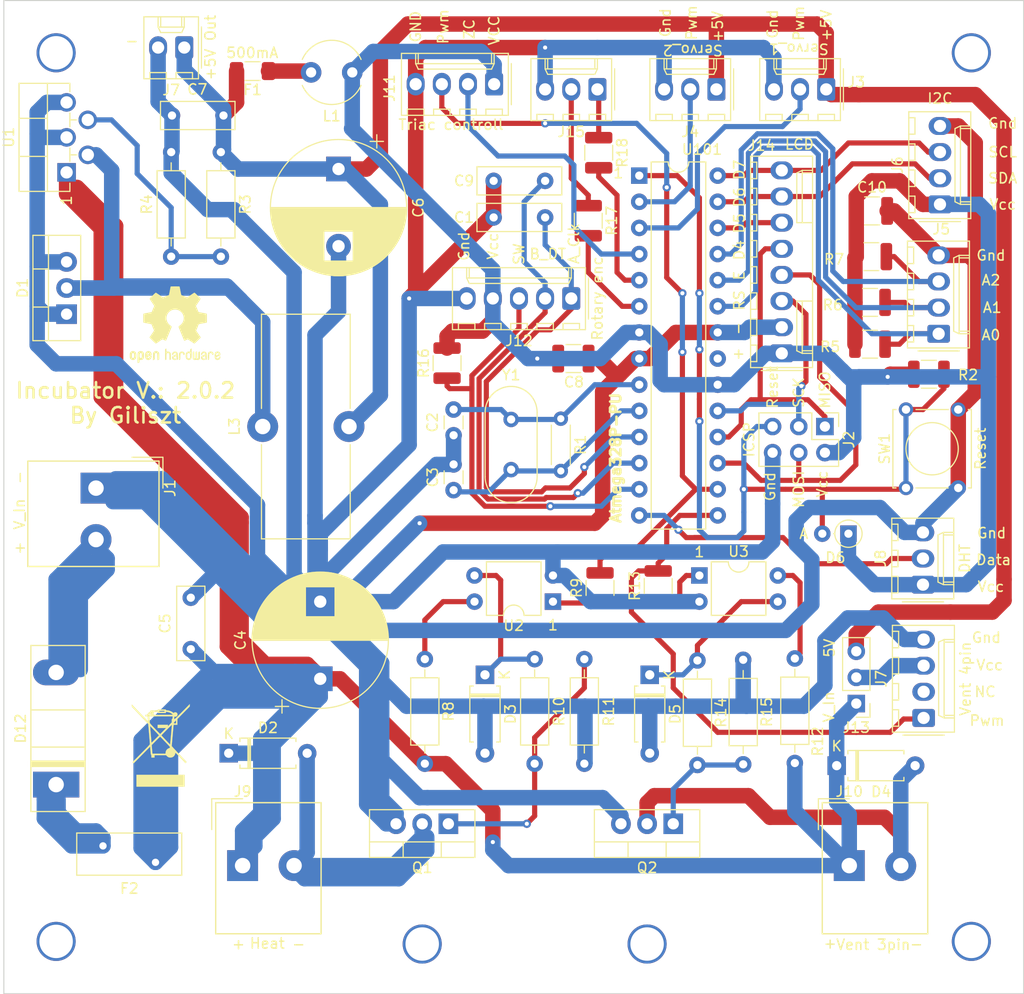
<source format=kicad_pcb>
(kicad_pcb (version 20171130) (host pcbnew 5.1.10-88a1d61d58~88~ubuntu20.04.1)
  (layers (0 F.Cu signal) (31 B.Cu signal) (34 B.Paste user) (35 F.Paste user) (36 B.SilkS user) (37 F.SilkS user) (38 B.Mask user) (39 F.Mask user) (44 Edge.Cuts user))
  (net 0 "")
  (net 1 GND)
  (net 2 /5V)
  (net 3 "Net-(C2-Pad2)")
  (net 4 "Net-(C3-Pad2)")
  (net 5 "Net-(F1-Pad1)")
  (net 6 /VCC)
  (net 7 /Reset)
  (net 8 "Net-(D1-Pad2)")
  (net 9 "Net-(R3-Pad2)")
  (net 10 /MISO)
  (net 11 /SCK)
  (net 12 /MOSI)
  (net 13 /AD0)
  (net 14 /AD1)
  (net 15 /AD2)
  (net 16 /V_In)
  (net 17 "Net-(D2-Pad2)")
  (net 18 "Net-(D3-Pad1)")
  (net 19 "Net-(Q1-Pad1)")
  (net 20 "Net-(R8-Pad2)")
  (net 21 "Net-(R9-Pad1)")
  (net 22 "Net-(D4-Pad2)")
  (net 23 "Net-(D5-Pad1)")
  (net 24 "Net-(Q2-Pad1)")
  (net 25 "Net-(R12-Pad2)")
  (net 26 "Net-(R13-Pad1)")
  (net 27 /A_Clk)
  (net 28 /B_DT)
  (net 29 /SW)
  (net 30 /AD3)
  (net 31 /D0)
  (net 32 /D1)
  (net 33 "Net-(J7-Pad2)")
  (net 34 "Net-(J13-Pad2)")
  (net 35 "Net-(D12-Pad1)")
  (net 36 "Net-(D12-Pad2)")
  (net 37 "Net-(U101-Pad21)")
  (net 38 /AD4)
  (net 39 /AD5)
  (net 40 /D8)
  (net 41 /D9)
  (net 42 /ZC)
  (net 43 /Triac_PWM)
  (net 44 /ERR_LED)
  (net 45 /D3)
  (net 46 "Net-(J15-Pad1)")
  (net 47 "Net-(J15-Pad2)")
  (module Connector_Molex:Molex_KK-254_AE-6410-03A_1x03_P2.54mm_Vertical (layer F.Cu) (at 136.398 49.276 180)
    (fp_text reference J15 (at 2.54 -4.12) (layer F.SilkS))
    (fp_text value FrontLed)
    (pad 1 thru_hole roundrect (at 0 0 180) (size 1.74 2.19) (drill 1.19) (layers *.Cu *.Mask) (roundrect_rratio 0.143678) (net 46 "Net-(J15-Pad1)"))
    (pad 2 thru_hole oval (at 2.54 0 180) (size 1.74 2.19) (drill 1.19) (layers *.Cu *.Mask) (net 47 "Net-(J15-Pad2)"))
    (pad 3 thru_hole oval (at 5.08 0 180) (size 1.74 2.19) (drill 1.19) (layers *.Cu *.Mask) (net 1 GND))
  )
  (module Connector_Molex:Molex_KK-254_AE-6410-03A_1x03_P2.54mm_Vertical (layer F.Cu) (at 147.955 49.276 180)
    (fp_text reference J4 (at 2.54 -4.12) (layer F.SilkS))
    (fp_text value Servo2)
    (pad 3 thru_hole oval (at 5.08 0 180) (size 1.74 2.19) (drill 1.19) (layers *.Cu *.Mask) (net 1 GND))
    (pad 2 thru_hole oval (at 2.54 0 180) (size 1.74 2.19) (drill 1.19) (layers *.Cu *.Mask) (net 31 /D0))
    (pad 1 thru_hole roundrect (at 0 0 180) (size 1.74 2.19) (drill 1.19) (layers *.Cu *.Mask) (roundrect_rratio 0.1436775862068966) (net 2 /5V))
  )
  (module Symbol:OSHW-Logo2_9.8x8mm_SilkScreen (layer F.Cu) (at 95.377 72.136)
    (fp_text reference REF** hide)
    (fp_text value OSHW-Logo2_9.8x8mm_SilkScreen hide)
  )
  (module Capacitor_SMD:C_1210_3225Metric (layer F.Cu) (at 163.068 61.087)
    (fp_text reference C10 (at 0 -2.3) (layer F.SilkS))
    (fp_text value 100n)
    (pad 1 smd roundrect (at -1.475 0) (size 1.15 2.7) (layers F.Cu F.Paste F.Mask) (roundrect_rratio 0.217391) (net 6 /VCC))
    (pad 2 smd roundrect (at 1.475 0) (size 1.15 2.7) (layers F.Cu F.Paste F.Mask) (roundrect_rratio 0.217391) (net 1 GND))
  )
  (module Connector_Molex:Molex_KK-254_AE-6410-03A_1x03_P2.54mm_Vertical (layer F.Cu) (at 158.623 49.276 180)
    (fp_text reference J3 (at -2.921 0.6985) (layer F.SilkS))
    (fp_text value Servo1)
    (pad 3 thru_hole oval (at 5.08 0 180) (size 1.74 2.19) (drill 1.19) (layers *.Cu *.Mask) (net 1 GND))
    (pad 2 thru_hole oval (at 2.54 0 180) (size 1.74 2.19) (drill 1.19) (layers *.Cu *.Mask) (net 32 /D1))
    (pad 1 thru_hole roundrect (at 0 0 180) (size 1.74 2.19) (drill 1.19) (layers *.Cu *.Mask) (roundrect_rratio 0.1436775862068966) (net 2 /5V))
  )
  (module Connector_Molex:Molex_KK-254_AE-6410-04A_1x04_P2.54mm_Vertical (layer F.Cu) (at 126.365 48.768 180)
    (fp_text reference J11 (at 10.16 -0.381 90) (layer F.SilkS))
    (fp_text value Triac)
    (pad 1 thru_hole roundrect (at 0 0 180) (size 1.74 2.19) (drill 1.19) (layers *.Cu *.Mask) (roundrect_rratio 0.143678) (net 6 /VCC))
    (pad 2 thru_hole oval (at 2.54 0 180) (size 1.74 2.19) (drill 1.19) (layers *.Cu *.Mask) (net 42 /ZC))
    (pad 3 thru_hole oval (at 5.08 0 180) (size 1.74 2.19) (drill 1.19) (layers *.Cu *.Mask) (net 43 /Triac_PWM))
    (pad 4 thru_hole oval (at 7.62 0 180) (size 1.74 2.19) (drill 1.19) (layers *.Cu *.Mask) (net 1 GND))
  )
  (module Capacitor_THT:C_Disc_D8.0mm_W2.5mm_P5.00mm (layer F.Cu) (at 131.318 61.722 180)
    (fp_text reference C1 (at 7.874 0) (layer F.SilkS))
    (fp_text value 100n)
    (pad 2 thru_hole circle (at 5 0 180) (size 1.6 1.6) (drill 0.8) (layers *.Cu *.Mask) (net 1 GND))
    (pad 1 thru_hole circle (at 0 0 180) (size 1.6 1.6) (drill 0.8) (layers *.Cu *.Mask) (net 27 /A_Clk))
  )
  (module Capacitor_THT:C_Disc_D8.0mm_W2.5mm_P5.00mm (layer F.Cu) (at 131.318 58.166 180)
    (fp_text reference C9 (at 7.874 0) (layer F.SilkS))
    (fp_text value 100n)
    (pad 1 thru_hole circle (at 0 0 180) (size 1.6 1.6) (drill 0.8) (layers *.Cu *.Mask) (net 28 /B_DT))
    (pad 2 thru_hole circle (at 5 0 180) (size 1.6 1.6) (drill 0.8) (layers *.Cu *.Mask) (net 1 GND))
  )
  (module Fuse:Fuse_BelFuse_0ZRE0016FF_L9.9mm_W3.8mm (layer F.Cu) (at 93.472 124.3965 180)
    (fp_text reference F2 (at 2.54 -2.54) (layer F.SilkS))
    (fp_text value 6,3A)
    (pad 2 thru_hole circle (at 5.1 1.6 180) (size 1.27 1.27) (drill 0.71) (layers *.Cu *.Mask) (net 35 "Net-(D12-Pad1)"))
    (pad 1 thru_hole circle (at 0 0 180) (size 1.27 1.27) (drill 0.71) (layers *.Cu *.Mask) (net 16 /V_In))
  )
  (module Connector_Molex:Molex_KK-254_AE-6410-02A_1x02_P2.54mm_Vertical (layer F.Cu) (at 96.266 45.212 180)
    (fp_text reference J7 (at 1.27 -4.12) (layer F.SilkS))
    (fp_text value "5V Out")
    (pad 1 thru_hole roundrect (at 0 0 180) (size 1.74 2.19) (drill 1.19) (layers *.Cu *.Mask) (roundrect_rratio 0.1436775862068966) (net 2 /5V))
    (pad 2 thru_hole oval (at 2.54 0 180) (size 1.74 2.19) (drill 1.19) (layers *.Cu *.Mask) (net 1 GND))
  )
  (module TerminalBlock_Altech:Altech_AK300_1x02_P5.00mm_45-Degree (layer F.Cu) (at 101.934 124.714)
    (fp_text reference J9 (at 0 -7.2) (layer F.SilkS))
    (fp_text value pwm_heat)
    (pad 2 thru_hole circle (at 5 0) (size 3 3) (drill 1.5) (layers *.Cu *.Mask) (net 17 "Net-(D2-Pad2)"))
    (pad 1 thru_hole rect (at 0 0) (size 3 3) (drill 1.5) (layers *.Cu *.Mask) (net 16 /V_In))
  )
  (module Diode_THT:D_A-405_P7.62mm_Horizontal (layer F.Cu) (at 100.584 113.792)
    (fp_text reference D2 (at 3.81 -2.47) (layer F.SilkS))
    (fp_text value D_Schottky)
    (fp_text user K (at 0 -1.9) (layer F.SilkS))
    (pad 2 thru_hole oval (at 7.62 0) (size 1.8 1.8) (drill 0.9) (layers *.Cu *.Mask) (net 17 "Net-(D2-Pad2)"))
    (pad 1 thru_hole rect (at 0 0) (size 1.8 1.8) (drill 0.9) (layers *.Cu *.Mask) (net 16 /V_In))
  )
  (module Symbol:WEEE-Logo_5.6x8mm_SilkScreen (layer F.Cu) (at 93.98 113.03)
    (fp_text reference REF** hide)
    (fp_text value WEEE-Logo_5.6x8mm_SilkScreen hide)
  )
  (module Resistor_SMD:R_1210_3225Metric (layer F.Cu) (at 121.793 75.8805 90)
    (fp_text reference R16 (at 0 -2.28 90) (layer F.SilkS))
    (fp_text value 10k)
    (pad 2 smd roundrect (at 1.4625 0 90) (size 1.125 2.65) (layers F.Cu F.Paste F.Mask) (roundrect_rratio 0.2222204444444444) (net 6 /VCC))
    (pad 1 smd roundrect (at -1.4625 0 90) (size 1.125 2.65) (layers F.Cu F.Paste F.Mask) (roundrect_rratio 0.2222204444444444) (net 29 /SW))
  )
  (module Package_DIP:DIP-28_W7.62mm (layer F.Cu) (at 140.462 57.658)
    (fp_text reference U101 (at 6.096 -2.54) (layer F.SilkS))
    (fp_text value ATmega328-PU)
    (pad 1 thru_hole rect (at 0 0) (size 1.6 1.6) (drill 0.8) (layers *.Cu *.Mask) (net 7 /Reset))
    (pad 15 thru_hole oval (at 7.62 33.02) (size 1.6 1.6) (drill 0.8) (layers *.Cu *.Mask) (net 41 /D9))
    (pad 2 thru_hole oval (at 0 2.54) (size 1.6 1.6) (drill 0.8) (layers *.Cu *.Mask) (net 31 /D0))
    (pad 16 thru_hole oval (at 7.62 30.48) (size 1.6 1.6) (drill 0.8) (layers *.Cu *.Mask) (net 43 /Triac_PWM))
    (pad 3 thru_hole oval (at 0 5.08) (size 1.6 1.6) (drill 0.8) (layers *.Cu *.Mask) (net 32 /D1))
    (pad 17 thru_hole oval (at 7.62 27.94) (size 1.6 1.6) (drill 0.8) (layers *.Cu *.Mask) (net 12 /MOSI))
    (pad 4 thru_hole oval (at 0 7.62) (size 1.6 1.6) (drill 0.8) (layers *.Cu *.Mask) (net 42 /ZC))
    (pad 18 thru_hole oval (at 7.62 25.4) (size 1.6 1.6) (drill 0.8) (layers *.Cu *.Mask) (net 10 /MISO))
    (pad 5 thru_hole oval (at 0 10.16) (size 1.6 1.6) (drill 0.8) (layers *.Cu *.Mask) (net 45 /D3))
    (pad 19 thru_hole oval (at 7.62 22.86) (size 1.6 1.6) (drill 0.8) (layers *.Cu *.Mask) (net 11 /SCK))
    (pad 6 thru_hole oval (at 0 12.7) (size 1.6 1.6) (drill 0.8) (layers *.Cu *.Mask) (net 44 /ERR_LED))
    (pad 20 thru_hole oval (at 7.62 20.32) (size 1.6 1.6) (drill 0.8) (layers *.Cu *.Mask) (net 6 /VCC))
    (pad 7 thru_hole oval (at 0 15.24) (size 1.6 1.6) (drill 0.8) (layers *.Cu *.Mask) (net 6 /VCC))
    (pad 21 thru_hole oval (at 7.62 17.78) (size 1.6 1.6) (drill 0.8) (layers *.Cu *.Mask) (net 37 "Net-(U101-Pad21)"))
    (pad 8 thru_hole oval (at 0 17.78) (size 1.6 1.6) (drill 0.8) (layers *.Cu *.Mask) (net 1 GND))
    (pad 22 thru_hole oval (at 7.62 15.24) (size 1.6 1.6) (drill 0.8) (layers *.Cu *.Mask) (net 1 GND))
    (pad 9 thru_hole oval (at 0 20.32) (size 1.6 1.6) (drill 0.8) (layers *.Cu *.Mask) (net 3 "Net-(C2-Pad2)"))
    (pad 23 thru_hole oval (at 7.62 12.7) (size 1.6 1.6) (drill 0.8) (layers *.Cu *.Mask) (net 13 /AD0))
    (pad 10 thru_hole oval (at 0 22.86) (size 1.6 1.6) (drill 0.8) (layers *.Cu *.Mask) (net 4 "Net-(C3-Pad2)"))
    (pad 24 thru_hole oval (at 7.62 10.16) (size 1.6 1.6) (drill 0.8) (layers *.Cu *.Mask) (net 14 /AD1))
    (pad 11 thru_hole oval (at 0 25.4) (size 1.6 1.6) (drill 0.8) (layers *.Cu *.Mask) (net 27 /A_Clk))
    (pad 25 thru_hole oval (at 7.62 7.62) (size 1.6 1.6) (drill 0.8) (layers *.Cu *.Mask) (net 15 /AD2))
    (pad 12 thru_hole oval (at 0 27.94) (size 1.6 1.6) (drill 0.8) (layers *.Cu *.Mask) (net 28 /B_DT))
    (pad 26 thru_hole oval (at 7.62 5.08) (size 1.6 1.6) (drill 0.8) (layers *.Cu *.Mask) (net 30 /AD3))
    (pad 13 thru_hole oval (at 0 30.48) (size 1.6 1.6) (drill 0.8) (layers *.Cu *.Mask) (net 29 /SW))
    (pad 27 thru_hole oval (at 7.62 2.54) (size 1.6 1.6) (drill 0.8) (layers *.Cu *.Mask) (net 38 /AD4))
    (pad 14 thru_hole oval (at 0 33.02) (size 1.6 1.6) (drill 0.8) (layers *.Cu *.Mask) (net 40 /D8))
    (pad 28 thru_hole oval (at 7.62 0) (size 1.6 1.6) (drill 0.8) (layers *.Cu *.Mask) (net 39 /AD5))
  )
  (module Inductor_THT:L_Radial_D6.0mm_P4.00mm (layer F.Cu) (at 112.585 47.625 180)
    (fp_text reference L1 (at 2 -4.25) (layer F.SilkS))
    (fp_text value 10uH)
    (pad 2 thru_hole circle (at 4 0 180) (size 2 2) (drill 1) (layers *.Cu *.Mask) (net 5 "Net-(F1-Pad1)"))
    (pad 1 thru_hole circle (at 0 0 180) (size 2 2) (drill 1) (layers *.Cu *.Mask) (net 6 /VCC))
  )
  (module Capacitor_THT:C_Disc_D3.0mm_W1.6mm_P2.50mm (layer F.Cu) (at 122.428 82.891 90)
    (fp_text reference C2 (at 1.25 -2.05 90) (layer F.SilkS))
    (fp_text value 22p)
    (pad 2 thru_hole circle (at 2.5 0 90) (size 1.6 1.6) (drill 0.8) (layers *.Cu *.Mask) (net 3 "Net-(C2-Pad2)"))
    (pad 1 thru_hole circle (at 0 0 90) (size 1.6 1.6) (drill 0.8) (layers *.Cu *.Mask) (net 1 GND))
  )
  (module Capacitor_THT:C_Disc_D3.0mm_W1.6mm_P2.50mm (layer F.Cu) (at 122.428 85.725 270)
    (fp_text reference C3 (at 1.25 2.032 90) (layer F.SilkS))
    (fp_text value 22p)
    (pad 1 thru_hole circle (at 0 0 270) (size 1.6 1.6) (drill 0.8) (layers *.Cu *.Mask) (net 1 GND))
    (pad 2 thru_hole circle (at 2.5 0 270) (size 1.6 1.6) (drill 0.8) (layers *.Cu *.Mask) (net 4 "Net-(C3-Pad2)"))
  )
  (module Resistor_THT:R_Axial_DIN0204_L3.6mm_D1.6mm_P5.08mm_Horizontal (layer F.Cu) (at 132.842 81.28 270)
    (fp_text reference R1 (at 2.54 -1.92 90) (layer F.SilkS))
    (fp_text value 1M)
    (pad 1 thru_hole circle (at 0 0 270) (size 1.4 1.4) (drill 0.7) (layers *.Cu *.Mask) (net 3 "Net-(C2-Pad2)"))
    (pad 2 thru_hole oval (at 5.08 0 270) (size 1.4 1.4) (drill 0.7) (layers *.Cu *.Mask) (net 4 "Net-(C3-Pad2)"))
  )
  (module Crystal:Crystal_HC49-U_Vertical (layer F.Cu) (at 128.016 81.353 270)
    (fp_text reference Y1 (at -4.318 0) (layer F.SilkS))
    (fp_text value 16MHz)
    (pad 1 thru_hole circle (at 0 0 270) (size 1.5 1.5) (drill 0.8) (layers *.Cu *.Mask) (net 3 "Net-(C2-Pad2)"))
    (pad 2 thru_hole circle (at 4.88 0 270) (size 1.5 1.5) (drill 0.8) (layers *.Cu *.Mask) (net 4 "Net-(C3-Pad2)"))
  )
  (module Resistor_SMD:R_1206_3216Metric_Pad1.30x1.75mm_HandSolder (layer F.Cu) (at 102.896 47.498 180)
    (fp_text reference F1 (at 0 -1.82) (layer F.SilkS))
    (fp_text value 500mA)
    (pad 1 smd roundrect (at -1.55 0 180) (size 1.3 1.75) (layers F.Cu F.Paste F.Mask) (roundrect_rratio 0.1923069230769231) (net 5 "Net-(F1-Pad1)"))
    (pad 2 smd roundrect (at 1.55 0 180) (size 1.3 1.75) (layers F.Cu F.Paste F.Mask) (roundrect_rratio 0.1923069230769231) (net 2 /5V))
  )
  (module Resistor_SMD:R_1210_3225Metric (layer F.Cu) (at 168.5945 76.962)
    (fp_text reference R2 (at 3.808 0.0635) (layer F.SilkS))
    (fp_text value 10k)
    (pad 1 smd roundrect (at -1.4625 0) (size 1.125 2.65) (layers F.Cu F.Paste F.Mask) (roundrect_rratio 0.2222204444444444) (net 6 /VCC))
    (pad 2 smd roundrect (at 1.4625 0) (size 1.125 2.65) (layers F.Cu F.Paste F.Mask) (roundrect_rratio 0.2222204444444444) (net 7 /Reset))
  )
  (module Button_Switch_THT:SW_Tactile_Straight_KSL0Axx1LFTR (layer F.Cu) (at 166.37 88.011 90)
    (fp_text reference SW1 (at 3.81 -2.08 90) (layer F.SilkS))
    (fp_text value Reset)
    (pad 1 thru_hole circle (at 7.62 0 90) (size 1.397 1.397) (drill 0.8128) (layers *.Cu *.Mask) (net 7 /Reset))
    (pad 2 thru_hole circle (at 7.62 5.08 90) (size 1.397 1.397) (drill 0.8128) (layers *.Cu *.Mask) (net 1 GND))
    (pad 1 thru_hole circle (at 0 0 90) (size 1.397 1.397) (drill 0.8128) (layers *.Cu *.Mask) (net 7 /Reset))
    (pad 2 thru_hole circle (at 0 5.08 90) (size 1.397 1.397) (drill 0.8128) (layers *.Cu *.Mask) (net 1 GND))
  )
  (module Capacitor_THT:CP_Radial_D13.0mm_P7.50mm (layer F.Cu) (at 109.474 106.56 90)
    (fp_text reference C4 (at 3.75 -7.75 90) (layer F.SilkS))
    (fp_text value 470u)
    (pad 1 thru_hole rect (at 0 0 90) (size 2.4 2.4) (drill 1.2) (layers *.Cu *.Mask) (net 16 /V_In))
    (pad 2 thru_hole circle (at 7.5 0 90) (size 2.4 2.4) (drill 1.2) (layers *.Cu *.Mask) (net 1 GND))
  )
  (module Capacitor_THT:C_Disc_D7.0mm_W2.5mm_P5.00mm (layer F.Cu) (at 96.901 103.679 90)
    (fp_text reference C5 (at 2.5 -2.5 90) (layer F.SilkS))
    (fp_text value 100n)
    (pad 2 thru_hole circle (at 5 0 90) (size 1.6 1.6) (drill 0.8) (layers *.Cu *.Mask) (net 1 GND))
    (pad 1 thru_hole circle (at 0 0 90) (size 1.6 1.6) (drill 0.8) (layers *.Cu *.Mask) (net 16 /V_In))
  )
  (module Capacitor_THT:CP_Radial_D13.0mm_P7.50mm (layer F.Cu) (at 111.252 57.016 270)
    (fp_text reference C6 (at 3.75 -7.75 90) (layer F.SilkS))
    (fp_text value 470u)
    (pad 2 thru_hole circle (at 7.5 0 270) (size 2.4 2.4) (drill 1.2) (layers *.Cu *.Mask) (net 1 GND))
    (pad 1 thru_hole rect (at 0 0 270) (size 2.4 2.4) (drill 1.2) (layers *.Cu *.Mask) (net 2 /5V))
  )
  (module Capacitor_THT:C_Disc_D7.0mm_W2.5mm_P5.00mm (layer F.Cu) (at 100.076 51.816 180)
    (fp_text reference C7 (at 2.54 2.54) (layer F.SilkS))
    (fp_text value 100n)
    (pad 1 thru_hole circle (at 0 0 180) (size 1.6 1.6) (drill 0.8) (layers *.Cu *.Mask) (net 2 /5V))
    (pad 2 thru_hole circle (at 5 0 180) (size 1.6 1.6) (drill 0.8) (layers *.Cu *.Mask) (net 1 GND))
  )
  (module Package_TO_SOT_THT:TO-220-3_Vertical (layer F.Cu) (at 84.836 71.12 90)
    (fp_text reference D1 (at 2.54 -4.27 90) (layer F.SilkS))
    (fp_text value Schottky)
    (pad 1 thru_hole rect (at 0 0 90) (size 1.905 2) (drill 1.1) (layers *.Cu *.Mask) (net 1 GND))
    (pad 2 thru_hole oval (at 2.54 0 90) (size 1.905 2) (drill 1.1) (layers *.Cu *.Mask) (net 8 "Net-(D1-Pad2)"))
    (pad 3 thru_hole oval (at 5.08 0 90) (size 1.905 2) (drill 1.1) (layers *.Cu *.Mask) (net 1 GND))
  )
  (module TerminalBlock_Altech:Altech_AK300_1x02_P5.00mm_45-Degree (layer F.Cu) (at 87.6935 88.0275 270)
    (fp_text reference J1 (at 0 -7.2 90) (layer F.SilkS))
    (fp_text value V_In)
    (pad 1 thru_hole rect (at 0 0 270) (size 3 3) (drill 1.5) (layers *.Cu *.Mask) (net 1 GND))
    (pad 2 thru_hole circle (at 5 0 270) (size 3 3) (drill 1.5) (layers *.Cu *.Mask) (net 36 "Net-(D12-Pad2)"))
  )
  (module Inductor_THT:L_Toroid_Vertical_L21.6mm_W8.4mm_P8.38mm_Pulse_G (layer F.Cu) (at 103.886 82.042 90)
    (fp_text reference L3 (at 0 -2.75 90) (layer F.SilkS))
    (fp_text value 330u)
    (pad 1 thru_hole circle (at 0 0 90) (size 3 3) (drill 1.5) (layers *.Cu *.Mask) (net 8 "Net-(D1-Pad2)"))
    (pad 2 thru_hole circle (at 0 8.38 90) (size 3 3) (drill 1.5) (layers *.Cu *.Mask) (net 2 /5V))
  )
  (module Resistor_THT:R_Axial_DIN0207_L6.3mm_D2.5mm_P10.16mm_Horizontal (layer F.Cu) (at 99.822 55.372 270)
    (fp_text reference R3 (at 5.08 -2.37 90) (layer F.SilkS))
    (fp_text value 3065)
    (pad 2 thru_hole oval (at 10.16 0 270) (size 1.6 1.6) (drill 0.8) (layers *.Cu *.Mask) (net 9 "Net-(R3-Pad2)"))
    (pad 1 thru_hole circle (at 0 0 270) (size 1.6 1.6) (drill 0.8) (layers *.Cu *.Mask) (net 2 /5V))
  )
  (module Resistor_THT:R_Axial_DIN0207_L6.3mm_D2.5mm_P10.16mm_Horizontal (layer F.Cu) (at 94.996 65.532 90)
    (fp_text reference R4 (at 5.08 -2.37 90) (layer F.SilkS))
    (fp_text value 1k)
    (pad 1 thru_hole circle (at 0 0 90) (size 1.6 1.6) (drill 0.8) (layers *.Cu *.Mask) (net 9 "Net-(R3-Pad2)"))
    (pad 2 thru_hole oval (at 10.16 0 90) (size 1.6 1.6) (drill 0.8) (layers *.Cu *.Mask) (net 1 GND))
  )
  (module Capacitor_SMD:C_1210_3225Metric (layer F.Cu) (at 134.063 75.438)
    (fp_text reference C8 (at 0.049 2.286) (layer F.SilkS))
    (fp_text value 100n)
    (pad 1 smd roundrect (at -1.475 0) (size 1.15 2.7) (layers F.Cu F.Paste F.Mask) (roundrect_rratio 0.2173904347826087) (net 6 /VCC))
    (pad 2 smd roundrect (at 1.475 0) (size 1.15 2.7) (layers F.Cu F.Paste F.Mask) (roundrect_rratio 0.2173904347826087) (net 1 GND))
  )
  (module Connector_PinHeader_2.54mm:PinHeader_2x03_P2.54mm_Vertical (layer F.Cu) (at 158.496 82.042 270)
    (fp_text reference J2 (at 1.27 -2.33 90) (layer F.SilkS))
    (fp_text value ICSP)
    (pad 1 thru_hole rect (at 0 0 270) (size 1.7 1.7) (drill 1) (layers *.Cu *.Mask) (net 10 /MISO))
    (pad 2 thru_hole oval (at 2.54 0 270) (size 1.7 1.7) (drill 1) (layers *.Cu *.Mask) (net 6 /VCC))
    (pad 3 thru_hole oval (at 0 2.54 270) (size 1.7 1.7) (drill 1) (layers *.Cu *.Mask) (net 11 /SCK))
    (pad 4 thru_hole oval (at 2.54 2.54 270) (size 1.7 1.7) (drill 1) (layers *.Cu *.Mask) (net 12 /MOSI))
    (pad 5 thru_hole oval (at 0 5.08 270) (size 1.7 1.7) (drill 1) (layers *.Cu *.Mask) (net 7 /Reset))
    (pad 6 thru_hole oval (at 2.54 5.08 270) (size 1.7 1.7) (drill 1) (layers *.Cu *.Mask) (net 1 GND))
  )
  (module Connector_Molex:Molex_KK-254_AE-6410-04A_1x04_P2.54mm_Vertical (layer F.Cu) (at 169.672 60.452 90)
    (fp_text reference J6 (at 3.81 -4.12 90) (layer F.SilkS))
    (fp_text value I2C)
    (pad 1 thru_hole roundrect (at 0 0 90) (size 1.74 2.19) (drill 1.19) (layers *.Cu *.Mask) (roundrect_rratio 0.1436775862068966) (net 6 /VCC))
    (pad 2 thru_hole oval (at 2.54 0 90) (size 1.74 2.19) (drill 1.19) (layers *.Cu *.Mask) (net 38 /AD4))
    (pad 3 thru_hole oval (at 5.08 0 90) (size 1.74 2.19) (drill 1.19) (layers *.Cu *.Mask) (net 39 /AD5))
    (pad 4 thru_hole oval (at 7.62 0 90) (size 1.74 2.19) (drill 1.19) (layers *.Cu *.Mask) (net 1 GND))
  )
  (module Connector_Molex:Molex_KK-254_AE-6410-04A_1x04_P2.54mm_Vertical (layer F.Cu) (at 169.545 73.025 90)
    (fp_text reference J5 (at 10.16 0.254 180) (layer F.SilkS))
    (fp_text value NTC)
    (pad 1 thru_hole roundrect (at 0 0 90) (size 1.74 2.19) (drill 1.19) (layers *.Cu *.Mask) (roundrect_rratio 0.1436775862068966) (net 13 /AD0))
    (pad 2 thru_hole oval (at 2.54 0 90) (size 1.74 2.19) (drill 1.19) (layers *.Cu *.Mask) (net 14 /AD1))
    (pad 3 thru_hole oval (at 5.08 0 90) (size 1.74 2.19) (drill 1.19) (layers *.Cu *.Mask) (net 15 /AD2))
    (pad 4 thru_hole oval (at 7.62 0 90) (size 1.74 2.19) (drill 1.19) (layers *.Cu *.Mask) (net 1 GND))
  )
  (module Resistor_SMD:R_1210_3225Metric (layer F.Cu) (at 162.8755 74.041 180)
    (fp_text reference R5 (at 3.8715 -0.254) (layer F.SilkS))
    (fp_text value 10k)
    (pad 1 smd roundrect (at -1.4625 0 180) (size 1.125 2.65) (layers F.Cu F.Paste F.Mask) (roundrect_rratio 0.2222204444444444) (net 13 /AD0))
    (pad 2 smd roundrect (at 1.4625 0 180) (size 1.125 2.65) (layers F.Cu F.Paste F.Mask) (roundrect_rratio 0.2222204444444444) (net 6 /VCC))
  )
  (module Resistor_SMD:R_1210_3225Metric (layer F.Cu) (at 162.8755 69.977 180)
    (fp_text reference R6 (at 3.6175 -0.254) (layer F.SilkS))
    (fp_text value 10k)
    (pad 2 smd roundrect (at 1.4625 0 180) (size 1.125 2.65) (layers F.Cu F.Paste F.Mask) (roundrect_rratio 0.2222204444444444) (net 6 /VCC))
    (pad 1 smd roundrect (at -1.4625 0 180) (size 1.125 2.65) (layers F.Cu F.Paste F.Mask) (roundrect_rratio 0.2222204444444444) (net 14 /AD1))
  )
  (module Resistor_SMD:R_1210_3225Metric (layer F.Cu) (at 163.0025 65.532 180)
    (fp_text reference R7 (at 3.6175 -0.254) (layer F.SilkS))
    (fp_text value 10k)
    (pad 1 smd roundrect (at -1.4625 0 180) (size 1.125 2.65) (layers F.Cu F.Paste F.Mask) (roundrect_rratio 0.2222204444444444) (net 15 /AD2))
    (pad 2 smd roundrect (at 1.4625 0 180) (size 1.125 2.65) (layers F.Cu F.Paste F.Mask) (roundrect_rratio 0.2222204444444444) (net 6 /VCC))
  )
  (module Connector_Molex:Molex_KK-254_AE-6410-03A_1x03_P2.54mm_Vertical (layer F.Cu) (at 168.021 97.409 90)
    (fp_text reference J8 (at 2.54 -4.12 90) (layer F.SilkS))
    (fp_text value DHT)
    (pad 1 thru_hole roundrect (at 0 0 90) (size 1.74 2.19) (drill 1.19) (layers *.Cu *.Mask) (roundrect_rratio 0.1436775862068966) (net 6 /VCC))
    (pad 2 thru_hole oval (at 2.54 0 90) (size 1.74 2.19) (drill 1.19) (layers *.Cu *.Mask) (net 40 /D8))
    (pad 3 thru_hole oval (at 5.08 0 90) (size 1.74 2.19) (drill 1.19) (layers *.Cu *.Mask) (net 1 GND))
  )
  (module Diode_THT:D_A-405_P7.62mm_Horizontal (layer F.Cu) (at 125.476 106.172 270)
    (fp_text reference D3 (at 3.81 -2.47 90) (layer F.SilkS))
    (fp_text value D_Schottky)
    (fp_text user K (at 0 -1.9 90) (layer F.SilkS))
    (pad 1 thru_hole rect (at 0 0 270) (size 1.8 1.8) (drill 0.9) (layers *.Cu *.Mask) (net 18 "Net-(D3-Pad1)"))
    (pad 2 thru_hole oval (at 7.62 0 270) (size 1.8 1.8) (drill 0.9) (layers *.Cu *.Mask) (net 1 GND))
  )
  (module Package_TO_SOT_THT:TO-220-3_Vertical (layer F.Cu) (at 121.92 120.65 180)
    (fp_text reference Q1 (at 2.54 -4.27) (layer F.SilkS))
    (fp_text value IRLZ34N)
    (pad 1 thru_hole rect (at 0 0 180) (size 1.905 2) (drill 1.1) (layers *.Cu *.Mask) (net 19 "Net-(Q1-Pad1)"))
    (pad 2 thru_hole oval (at 2.54 0 180) (size 1.905 2) (drill 1.1) (layers *.Cu *.Mask) (net 17 "Net-(D2-Pad2)"))
    (pad 3 thru_hole oval (at 5.08 0 180) (size 1.905 2) (drill 1.1) (layers *.Cu *.Mask) (net 1 GND))
  )
  (module Resistor_THT:R_Axial_DIN0207_L6.3mm_D2.5mm_P10.16mm_Horizontal (layer F.Cu) (at 119.634 114.808 90)
    (fp_text reference R8 (at 5.08 2.286 90) (layer F.SilkS))
    (fp_text value 4k7)
    (pad 1 thru_hole circle (at 0 0 90) (size 1.6 1.6) (drill 0.8) (layers *.Cu *.Mask) (net 16 /V_In))
    (pad 2 thru_hole oval (at 10.16 0 90) (size 1.6 1.6) (drill 0.8) (layers *.Cu *.Mask) (net 20 "Net-(R8-Pad2)"))
  )
  (module Resistor_THT:R_Axial_DIN0207_L6.3mm_D2.5mm_P10.16mm_Horizontal (layer F.Cu) (at 130.302 104.648 270)
    (fp_text reference R10 (at 5.08 -2.37 90) (layer F.SilkS))
    (fp_text value 100)
    (pad 2 thru_hole oval (at 10.16 0 270) (size 1.6 1.6) (drill 0.8) (layers *.Cu *.Mask) (net 19 "Net-(Q1-Pad1)"))
    (pad 1 thru_hole circle (at 0 0 270) (size 1.6 1.6) (drill 0.8) (layers *.Cu *.Mask) (net 18 "Net-(D3-Pad1)"))
  )
  (module Resistor_THT:R_Axial_DIN0207_L6.3mm_D2.5mm_P10.16mm_Horizontal (layer F.Cu) (at 135.128 104.648 270)
    (fp_text reference R11 (at 5.08 -2.37 90) (layer F.SilkS))
    (fp_text value 4k7)
    (pad 1 thru_hole circle (at 0 0 270) (size 1.6 1.6) (drill 0.8) (layers *.Cu *.Mask) (net 19 "Net-(Q1-Pad1)"))
    (pad 2 thru_hole oval (at 10.16 0 270) (size 1.6 1.6) (drill 0.8) (layers *.Cu *.Mask) (net 1 GND))
  )
  (module Package_DIP:DIP-4_W7.62mm (layer F.Cu) (at 132.08 99.06 180)
    (fp_text reference U2 (at 3.81 -2.33) (layer F.SilkS))
    (fp_text value EL817)
    (pad 1 thru_hole rect (at 0 0 180) (size 1.6 1.6) (drill 0.8) (layers *.Cu *.Mask) (net 21 "Net-(R9-Pad1)"))
    (pad 3 thru_hole oval (at 7.62 2.54 180) (size 1.6 1.6) (drill 0.8) (layers *.Cu *.Mask) (net 18 "Net-(D3-Pad1)"))
    (pad 2 thru_hole oval (at 0 2.54 180) (size 1.6 1.6) (drill 0.8) (layers *.Cu *.Mask) (net 1 GND))
    (pad 4 thru_hole oval (at 7.62 0 180) (size 1.6 1.6) (drill 0.8) (layers *.Cu *.Mask) (net 20 "Net-(R8-Pad2)"))
  )
  (module Diode_THT:D_A-405_P7.62mm_Horizontal (layer F.Cu) (at 159.639 114.9985)
    (fp_text reference D4 (at 4.318 2.54) (layer F.SilkS))
    (fp_text value D_Schottky)
    (fp_text user K (at 0 -1.9) (layer F.SilkS))
    (pad 1 thru_hole rect (at 0 0) (size 1.8 1.8) (drill 0.9) (layers *.Cu *.Mask) (net 16 /V_In))
    (pad 2 thru_hole oval (at 7.62 0) (size 1.8 1.8) (drill 0.9) (layers *.Cu *.Mask) (net 22 "Net-(D4-Pad2)"))
  )
  (module Diode_THT:D_A-405_P7.62mm_Horizontal (layer F.Cu) (at 141.478 106.172 270)
    (fp_text reference D5 (at 3.81 -2.47 90) (layer F.SilkS))
    (fp_text value D_Schottky)
    (fp_text user K (at 0 -1.9 90) (layer F.SilkS))
    (pad 2 thru_hole oval (at 7.62 0 270) (size 1.8 1.8) (drill 0.9) (layers *.Cu *.Mask) (net 1 GND))
    (pad 1 thru_hole rect (at 0 0 270) (size 1.8 1.8) (drill 0.9) (layers *.Cu *.Mask) (net 23 "Net-(D5-Pad1)"))
  )
  (module Package_TO_SOT_THT:TO-220-3_Vertical (layer F.Cu) (at 143.764 120.65 180)
    (fp_text reference Q2 (at 2.54 -4.27) (layer F.SilkS))
    (fp_text value IRLZ34N)
    (pad 1 thru_hole rect (at 0 0 180) (size 1.905 2) (drill 1.1) (layers *.Cu *.Mask) (net 24 "Net-(Q2-Pad1)"))
    (pad 2 thru_hole oval (at 2.54 0 180) (size 1.905 2) (drill 1.1) (layers *.Cu *.Mask) (net 22 "Net-(D4-Pad2)"))
    (pad 3 thru_hole oval (at 5.08 0 180) (size 1.905 2) (drill 1.1) (layers *.Cu *.Mask) (net 1 GND))
  )
  (module Resistor_THT:R_Axial_DIN0207_L6.3mm_D2.5mm_P10.16mm_Horizontal (layer F.Cu) (at 155.575 114.7445 90)
    (fp_text reference R12 (at 2.0955 2.2225 90) (layer F.SilkS))
    (fp_text value 4k7)
    (pad 2 thru_hole oval (at 10.16 0 90) (size 1.6 1.6) (drill 0.8) (layers *.Cu *.Mask) (net 25 "Net-(R12-Pad2)"))
    (pad 1 thru_hole circle (at 0 0 90) (size 1.6 1.6) (drill 0.8) (layers *.Cu *.Mask) (net 16 /V_In))
  )
  (module Resistor_THT:R_Axial_DIN0207_L6.3mm_D2.5mm_P10.16mm_Horizontal (layer F.Cu) (at 146.1135 104.775 270)
    (fp_text reference R14 (at 5.08 -2.286 90) (layer F.SilkS))
    (fp_text value 100)
    (pad 1 thru_hole circle (at 0 0 270) (size 1.6 1.6) (drill 0.8) (layers *.Cu *.Mask) (net 23 "Net-(D5-Pad1)"))
    (pad 2 thru_hole oval (at 10.16 0 270) (size 1.6 1.6) (drill 0.8) (layers *.Cu *.Mask) (net 24 "Net-(Q2-Pad1)"))
  )
  (module Resistor_THT:R_Axial_DIN0207_L6.3mm_D2.5mm_P10.16mm_Horizontal (layer F.Cu) (at 150.5585 114.8715 90)
    (fp_text reference R15 (at 5.08 2.286 90) (layer F.SilkS))
    (fp_text value 4k7)
    (pad 1 thru_hole circle (at 0 0 90) (size 1.6 1.6) (drill 0.8) (layers *.Cu *.Mask) (net 24 "Net-(Q2-Pad1)"))
    (pad 2 thru_hole oval (at 10.16 0 90) (size 1.6 1.6) (drill 0.8) (layers *.Cu *.Mask) (net 1 GND))
  )
  (module Package_DIP:DIP-4_W7.62mm (layer F.Cu) (at 146.304 96.52)
    (fp_text reference U3 (at 3.81 -2.33) (layer F.SilkS))
    (fp_text value EL817)
    (pad 1 thru_hole rect (at 0 0) (size 1.6 1.6) (drill 0.8) (layers *.Cu *.Mask) (net 26 "Net-(R13-Pad1)"))
    (pad 3 thru_hole oval (at 7.62 2.54) (size 1.6 1.6) (drill 0.8) (layers *.Cu *.Mask) (net 23 "Net-(D5-Pad1)"))
    (pad 2 thru_hole oval (at 0 2.54) (size 1.6 1.6) (drill 0.8) (layers *.Cu *.Mask) (net 1 GND))
    (pad 4 thru_hole oval (at 7.62 0) (size 1.6 1.6) (drill 0.8) (layers *.Cu *.Mask) (net 25 "Net-(R12-Pad2)"))
  )
  (module Connector_Molex:Molex_KK-254_AE-6410-05A_1x05_P2.54mm_Vertical (layer F.Cu) (at 133.858 69.596 180)
    (fp_text reference J12 (at 5.08 -4.12) (layer F.SilkS))
    (fp_text value "Rotary enc")
    (pad 1 thru_hole roundrect (at 0 0 180) (size 1.74 2.19) (drill 1.19) (layers *.Cu *.Mask) (roundrect_rratio 0.1436775862068966) (net 27 /A_Clk))
    (pad 2 thru_hole oval (at 2.54 0 180) (size 1.74 2.19) (drill 1.19) (layers *.Cu *.Mask) (net 28 /B_DT))
    (pad 3 thru_hole oval (at 5.08 0 180) (size 1.74 2.19) (drill 1.19) (layers *.Cu *.Mask) (net 29 /SW))
    (pad 4 thru_hole oval (at 7.62 0 180) (size 1.74 2.19) (drill 1.19) (layers *.Cu *.Mask) (net 6 /VCC))
    (pad 5 thru_hole oval (at 10.16 0 180) (size 1.74 2.19) (drill 1.19) (layers *.Cu *.Mask) (net 1 GND))
  )
  (module Resistor_SMD:R_1210_3225Metric (layer F.Cu) (at 136.652 97.7285 90)
    (fp_text reference R9 (at 0 -2.28 90) (layer F.SilkS))
    (fp_text value 1k)
    (pad 2 smd roundrect (at 1.4625 0 90) (size 1.125 2.65) (layers F.Cu F.Paste F.Mask) (roundrect_rratio 0.2222204444444444) (net 43 /Triac_PWM))
    (pad 1 smd roundrect (at -1.4625 0 90) (size 1.125 2.65) (layers F.Cu F.Paste F.Mask) (roundrect_rratio 0.2222204444444444) (net 21 "Net-(R9-Pad1)"))
  )
  (module TerminalBlock_Altech:Altech_AK300_1x02_P5.00mm_45-Degree (layer F.Cu) (at 160.862 124.714)
    (fp_text reference J10 (at 0 -7.2) (layer F.SilkS))
    (fp_text value pwm_vent)
    (pad 1 thru_hole rect (at 0 0) (size 3 3) (drill 1.5) (layers *.Cu *.Mask) (net 16 /V_In))
    (pad 2 thru_hole circle (at 5 0) (size 3 3) (drill 1.5) (layers *.Cu *.Mask) (net 22 "Net-(D4-Pad2)"))
  )
  (module Resistor_SMD:R_1210_3225Metric (layer F.Cu) (at 142.3035 97.538 90)
    (fp_text reference R13 (at 0 -2.28 90) (layer F.SilkS))
    (fp_text value 1k)
    (pad 2 smd roundrect (at 1.4625 0 90) (size 1.125 2.65) (layers F.Cu F.Paste F.Mask) (roundrect_rratio 0.2222213333333333) (net 41 /D9))
    (pad 1 smd roundrect (at -1.4625 0 90) (size 1.125 2.65) (layers F.Cu F.Paste F.Mask) (roundrect_rratio 0.2222213333333333) (net 26 "Net-(R13-Pad1)"))
  )
  (module Package_TO_SOT_THT:TO-220F-5_P3.4x2.06mm_StaggerEven_Lead1.86mm_Vertical (layer F.Cu) (at 84.836 57.3405 90)
    (fp_text reference U1 (at 3.4 -5.62 90) (layer F.SilkS))
    (fp_text value LM2596S-ADJ)
    (pad 1 thru_hole rect (at 0 0 90) (size 1.8 1.8) (drill 1.2) (layers *.Cu *.Mask) (net 16 /V_In))
    (pad 2 thru_hole oval (at 1.7 2.06 90) (size 1.8 1.8) (drill 1.2) (layers *.Cu *.Mask) (net 8 "Net-(D1-Pad2)"))
    (pad 3 thru_hole oval (at 3.4 0 90) (size 1.8 1.8) (drill 1.2) (layers *.Cu *.Mask) (net 1 GND))
    (pad 4 thru_hole oval (at 5.1 2.06 90) (size 1.8 1.8) (drill 1.2) (layers *.Cu *.Mask) (net 9 "Net-(R3-Pad2)"))
    (pad 5 thru_hole oval (at 6.8 0 90) (size 1.8 1.8) (drill 1.2) (layers *.Cu *.Mask) (net 1 GND))
  )
  (module Connector_Molex:Molex_KK-254_AE-6410-04A_1x04_P2.54mm_Vertical (layer F.Cu) (at 168.0845 110.363 90)
    (fp_text reference J7 (at 3.81 -4.12 90) (layer F.SilkS))
    (fp_text value Vent_4pin)
    (pad 1 thru_hole roundrect (at 0 0 90) (size 1.74 2.19) (drill 1.19) (layers *.Cu *.Mask) (roundrect_rratio 0.1436775862068966) (net 41 /D9))
    (pad 2 thru_hole oval (at 2.54 0 90) (size 1.74 2.19) (drill 1.19) (layers *.Cu *.Mask) (net 33 "Net-(J7-Pad2)"))
    (pad 3 thru_hole oval (at 5.08 0 90) (size 1.74 2.19) (drill 1.19) (layers *.Cu *.Mask) (net 34 "Net-(J13-Pad2)"))
    (pad 4 thru_hole oval (at 7.62 0 90) (size 1.74 2.19) (drill 1.19) (layers *.Cu *.Mask) (net 1 GND))
  )
  (module Connector_PinHeader_2.54mm:PinHeader_1x03_P2.54mm_Vertical (layer F.Cu) (at 161.544 108.966 180)
    (fp_text reference J13 (at 0 -2.33) (layer F.SilkS))
    (fp_text value Vent_Vcc)
    (pad 1 thru_hole rect (at 0 0 180) (size 1.7 1.7) (drill 1) (layers *.Cu *.Mask) (net 16 /V_In))
    (pad 2 thru_hole oval (at 0 2.54 180) (size 1.7 1.7) (drill 1) (layers *.Cu *.Mask) (net 34 "Net-(J13-Pad2)"))
    (pad 3 thru_hole oval (at 0 5.08 180) (size 1.7 1.7) (drill 1) (layers *.Cu *.Mask) (net 2 /5V))
  )
  (module Diode_THT:D_DO-247_Vertical (layer F.Cu) (at 83.82 116.84 90)
    (fp_text reference D12 (at 5.45 -3.45 90) (layer F.SilkS))
    (fp_text value 60V/20A)
    (pad 1 thru_hole rect (at 0 0 90) (size 2.5 4.5) (drill 1.5) (layers *.Cu *.Mask) (net 35 "Net-(D12-Pad1)"))
    (pad 2 thru_hole oval (at 10.9 0 90) (size 2.5 4.5) (drill 1.5) (layers *.Cu *.Mask) (net 36 "Net-(D12-Pad2)"))
  )
  (module Connector_Molex:Molex_KK-254_AE-6410-08A_1x08_P2.54mm_Vertical (layer F.Cu) (at 154.305 74.93 90)
    (fp_text reference J14 (at 20.193 -1.9685 180) (layer F.SilkS))
    (fp_text value LCD)
    (pad 1 thru_hole roundrect (at 0 0 90) (size 1.74 2.19) (drill 1.19) (layers *.Cu *.Mask) (roundrect_rratio 0.1436775862068966) (net 6 /VCC))
    (pad 2 thru_hole oval (at 2.54 0 90) (size 1.74 2.19) (drill 1.19) (layers *.Cu *.Mask) (net 1 GND))
    (pad 3 thru_hole oval (at 5.08 0 90) (size 1.74 2.19) (drill 1.19) (layers *.Cu *.Mask) (net 11 /SCK))
    (pad 4 thru_hole oval (at 7.62 0 90) (size 1.74 2.19) (drill 1.19) (layers *.Cu *.Mask) (net 12 /MOSI))
    (pad 5 thru_hole oval (at 10.16 0 90) (size 1.74 2.19) (drill 1.19) (layers *.Cu *.Mask) (net 10 /MISO))
    (pad 6 thru_hole oval (at 12.7 0 90) (size 1.74 2.19) (drill 1.19) (layers *.Cu *.Mask) (net 30 /AD3))
    (pad 7 thru_hole oval (at 15.24 0 90) (size 1.74 2.19) (drill 1.19) (layers *.Cu *.Mask) (net 38 /AD4))
    (pad 8 thru_hole oval (at 17.78 0 90) (size 1.74 2.19) (drill 1.19) (layers *.Cu *.Mask) (net 39 /AD5))
  )
  (module Diode_THT:D_DO-35_SOD27_P2.54mm_Vertical_AnodeUp (layer F.Cu) (at 160.782 92.456 180)
    (fp_text reference D6 (at 1.27 -2.326371) (layer F.SilkS))
    (fp_text value 1N4148)
    (fp_text user A (at 4.34 0) (layer F.SilkS))
    (pad 1 thru_hole rect (at 0 0 180) (size 1.6 1.6) (drill 0.8) (layers *.Cu *.Mask) (net 6 /VCC))
    (pad 2 thru_hole oval (at 2.54 0 180) (size 1.6 1.6) (drill 0.8) (layers *.Cu *.Mask) (net 7 /Reset))
  )
  (module Resistor_SMD:R_1210_3225Metric (layer F.Cu) (at 135.509 62.0415 270)
    (fp_text reference R17 (at 0 -2.28 90) (layer F.SilkS))
    (fp_text value 1k)
    (pad 2 smd roundrect (at 1.4625 0 270) (size 1.125 2.65) (layers F.Cu F.Paste F.Mask) (roundrect_rratio 0.222222) (net 44 /ERR_LED))
    (pad 1 smd roundrect (at -1.4625 0 270) (size 1.125 2.65) (layers F.Cu F.Paste F.Mask) (roundrect_rratio 0.222222) (net 47 "Net-(J15-Pad2)"))
  )
  (module Resistor_SMD:R_1210_3225Metric (layer F.Cu) (at 136.525 55.4335 270)
    (fp_text reference R18 (at 0 -2.28 90) (layer F.SilkS))
    (fp_text value 1k)
    (pad 1 smd roundrect (at -1.4625 0 270) (size 1.125 2.65) (layers F.Cu F.Paste F.Mask) (roundrect_rratio 0.222222) (net 46 "Net-(J15-Pad1)"))
    (pad 2 smd roundrect (at 1.4625 0 270) (size 1.125 2.65) (layers F.Cu F.Paste F.Mask) (roundrect_rratio 0.222222) (net 45 /D3))
  )
  (gr_text Vcc (at 174.625 97.5995) (layer F.SilkS) (effects (font (size 1 1))))
  (gr_text 1 (at 84.836 60.071 90) (layer F.SilkS) (effects (font (size 1 1))))
  (gr_text "Triac controll" (at 122.174 52.705) (layer F.SilkS) (effects (font (size 1 1))))
  (gr_text GND (at 118.745 43.18 90) (layer F.SilkS) (effects (font (size 1 1))))
  (gr_text Pwm (at 121.412 43.18 90) (layer F.SilkS) (effects (font (size 1 1))))
  (gr_text ZC (at 123.952 43.434 90) (layer F.SilkS) (effects (font (size 1 1))))
  (gr_text VCC (at 126.365 43.561 90) (layer F.SilkS) (effects (font (size 1 1))))
  (gr_text +5V (at 148.082 43.18 90) (layer F.SilkS) (effects (font (size 1 1))))
  (gr_text Gnd (at 143.002 42.799 90) (layer F.SilkS) (effects (font (size 1 1))))
  (gr_text Pwm (at 145.542 42.799 90) (layer F.SilkS) (effects (font (size 1 1))))
  (gr_text Servo_2 (at 145.669 45.466 180) (layer F.SilkS) (effects (font (size 1 1))))
  (gr_text +5V (at 158.623 43.053 90) (layer F.SilkS) (effects (font (size 1 1))))
  (gr_text Gnd (at 153.416 42.926 90) (layer F.SilkS) (effects (font (size 1 1))))
  (gr_text Pwm (at 155.956 42.8625 90) (layer F.SilkS) (effects (font (size 1 1))))
  (gr_text Servo_1 (at 155.956 45.339 180) (layer F.SilkS) (effects (font (size 1 1))))
  (gr_text LCD (at 156.0195 54.61) (layer F.SilkS) (effects (font (size 1 1))))
  (gr_text D7 (at 150.1775 57.0865 90) (layer F.SilkS) (effects (font (size 1 1))))
  (gr_text D6 (at 150.1775 59.7535 90) (layer F.SilkS) (effects (font (size 1 1))))
  (gr_text D5 (at 150.1775 62.2935 90) (layer F.SilkS) (effects (font (size 1 1))))
  (gr_text D4 (at 150.1775 64.897 90) (layer F.SilkS) (effects (font (size 1 1))))
  (gr_text E (at 150.1775 67.3735 90) (layer F.SilkS) (effects (font (size 1 1))))
  (gr_text RS (at 150.1775 69.7865 90) (layer F.SilkS) (effects (font (size 1 1))))
  (gr_text - (at 150.0505 72.517 90) (layer F.SilkS) (effects (font (size 1 1))))
  (gr_text + (at 150.114 74.93) (layer F.SilkS) (effects (font (size 1 1))))
  (gr_text Gnd (at 174.625 65.405) (layer F.SilkS) (effects (font (size 1 1))))
  (gr_text "Incubator V.: 2.0.2\nBy Giliszt" (at 90.551 79.756) (layer F.SilkS) (effects (font (size 1.5 1.5) (thickness 0.25))))
  (gr_text V_In (at 158.877 109.2835 90) (layer F.SilkS) (effects (font (size 1 1))))
  (gr_text 5V (at 158.9405 103.5685 90) (layer F.SilkS) (effects (font (size 1 1))))
  (gr_text "Vent 4pin" (at 172.1485 106.553 90) (layer F.SilkS) (effects (font (size 1 1))))
  (gr_text Pwm (at 174.244 110.617) (layer F.SilkS) (effects (font (size 1 1))))
  (gr_text NC (at 174.0535 107.823) (layer F.SilkS) (effects (font (size 1 1))))
  (gr_text Vcc (at 174.498 105.2195) (layer F.SilkS) (effects (font (size 1 1))))
  (gr_text Gnd (at 174.1805 102.5525) (layer F.SilkS) (effects (font (size 1 1))))
  (gr_text - (at 91.186 44.704 180) (layer F.SilkS) (effects (font (size 1 1))))
  (gr_text "+5V Out" (at 98.806 45.212 90) (layer F.SilkS) (effects (font (size 1 1))))
  (gr_text MISO (at 158.496 78.486 90) (layer F.SilkS) (effects (font (size 1 1))))
  (gr_text SCK (at 155.956 78.74 90) (layer F.SilkS) (effects (font (size 1 1))))
  (gr_text Reset (at 153.416 78.232 90) (layer F.SilkS) (effects (font (size 1 1))))
  (gr_text MOSI (at 155.956 88.138 90) (layer F.SilkS) (effects (font (size 1 1))))
  (gr_text + (at 101.5365 132.334) (layer F.SilkS) (effects (font (size 1 1))))
  (gr_text "Vent 3pin" (at 163.195 132.3975) (layer F.SilkS) (effects (font (size 1 1))))
  (gr_text Atmega328P-PU (at 138.176 85.09 90) (layer F.SilkS) (effects (font (size 1 1) (thickness 0.25))))
  (gr_text Gnd (at 123.444 64.516 90) (layer F.SilkS) (effects (font (size 1 1))))
  (gr_text Vcc (at 126.238 64.516 90) (layer F.SilkS) (effects (font (size 1 1))))
  (gr_text SW (at 128.778 65.278 90) (layer F.SilkS) (effects (font (size 1 1))))
  (gr_text B_DT (at 131.572 65.278) (layer F.SilkS) (effects (font (size 1 1))))
  (gr_text A_Clk (at 134.112 64.262 90) (layer F.SilkS) (effects (font (size 1 1))))
  (gr_text "Rotary enc" (at 136.398 69.596 90) (layer F.SilkS) (effects (font (size 1 1))))
  (gr_text 1 (at 132.08 101.346) (layer F.SilkS) (effects (font (size 1 1))))
  (gr_text 1 (at 146.304 94.234) (layer F.SilkS) (effects (font (size 1 1))))
  (gr_text 1 (at 138.43 57.404) (layer F.SilkS) (effects (font (size 1 1))))
  (gr_text SDA (at 175.768 57.912) (layer F.SilkS) (effects (font (size 1 1))))
  (gr_text SCL (at 175.768 55.372) (layer F.SilkS) (effects (font (size 1 1))))
  (gr_text Vcc (at 175.768 60.452) (layer F.SilkS) (effects (font (size 1 1))))
  (gr_text Gnd (at 175.768 52.578) (layer F.SilkS) (effects (font (size 1 1))))
  (gr_text A2 (at 174.625 67.818) (layer F.SilkS) (effects (font (size 1 1))))
  (gr_text A1 (at 174.752 70.485) (layer F.SilkS) (effects (font (size 1 1))))
  (gr_text A0 (at 174.625 73.152) (layer F.SilkS) (effects (font (size 1 1))))
  (gr_text Gnd (at 174.6885 92.3925) (layer F.SilkS) (effects (font (size 1 1))))
  (gr_text Data (at 174.879 94.996) (layer F.SilkS) (effects (font (size 1 1))))
  (gr_text - (at 167.386 132.334) (layer F.SilkS) (effects (font (size 1 1))))
  (gr_text + (at 159.004 132.2705) (layer F.SilkS) (effects (font (size 1 1))))
  (gr_text - (at 107.3785 132.334) (layer F.SilkS) (effects (font (size 1 1))))
  (gr_text + (at 80.264 93.853 90) (layer F.SilkS) (effects (font (size 1 1))))
  (gr_text - (at 80.264 86.995 90) (layer F.SilkS) (effects (font (size 1 1))))
  (gr_text V_In (at 80.264 90.551 90) (layer F.SilkS) (effects (font (size 1 1))))
  (gr_text Heat (at 104.3305 132.2705) (layer F.SilkS) (effects (font (size 1 1))))
  (gr_text Vcc (at 158.242 87.63 90) (layer F.SilkS) (effects (font (size 1 1))))
  (gr_text Gnd (at 153.162 87.884 90) (layer F.SilkS) (effects (font (size 1 1))))
  (gr_text ICSP (at 151.13 83.312 90) (layer F.SilkS) (effects (font (size 1 1))))
  (gr_text DHT (at 172.085 94.869 90) (layer F.SilkS) (effects (font (size 1 1))))
  (gr_text I2C (at 169.672 50.165) (layer F.SilkS) (effects (font (size 1 1))))
  (gr_text Reset (at 173.609 84.201 90) (layer F.SilkS) (effects (font (size 1 1))))
  (gr_text 500mA (at 102.87 45.72) (layer F.SilkS) (effects (font (size 1 1))))
  (gr_line (start 177.8 40.64) (end 177.8 137.16) (layer Edge.Cuts) (width 0.1))
  (gr_line (start 78.74 40.64) (end 177.8 40.64) (layer Edge.Cuts) (width 0.1))
  (gr_line (start 78.74 137.16) (end 78.74 40.64) (layer Edge.Cuts) (width 0.1))
  (gr_line (start 177.8 137.16) (end 78.74 137.16) (layer Edge.Cuts) (width 0.1))
  (via (at 172.72 132.08) (size 3.8) (drill 3.25) (layers F.Cu B.Cu) (net 0))
  (via (at 83.82 132.08) (size 3.8) (drill 3.25) (layers F.Cu B.Cu) (net 0))
  (via (at 83.82 45.72) (size 3.8) (drill 3.25) (layers F.Cu B.Cu) (net 0))
  (via (at 172.72 45.72) (size 3.8) (drill 3.25) (layers F.Cu B.Cu) (net 0))
  (via (at 141.224 132.334) (size 3.8) (drill 3.25) (layers F.Cu B.Cu) (net 0))
  (via (at 119.38 132.334) (size 3.8) (drill 3.25) (layers F.Cu B.Cu) (net 0))
  (segment (start 133.210002 96.52) (end 132.08 96.52) (width 1.5) (layer B.Cu) (net 1))
  (segment (start 135.750002 99.06) (end 133.210002 96.52) (width 1.5) (layer B.Cu) (net 1))
  (segment (start 146.304 99.06) (end 135.750002 99.06) (width 1.5) (layer B.Cu) (net 1))
  (segment (start 111.252 64.516) (end 111.252 70.866) (width 1.5) (layer B.Cu) (net 1))
  (segment (start 111.252 70.866) (end 108.966 73.152) (width 1.5) (layer B.Cu) (net 1))
  (segment (start 120.904 109.22) (end 117.856 109.22) (width 1.5) (layer B.Cu) (net 1))
  (segment (start 109.474 100.838) (end 109.474 99.06) (width 1.5) (layer B.Cu) (net 1))
  (segment (start 107.696 99.06) (end 109.474 99.06) (width 1.5) (layer B.Cu) (net 1))
  (segment (start 109.474 91.948) (end 108.966 91.44) (width 1.5) (layer B.Cu) (net 1))
  (segment (start 109.474 99.06) (end 109.474 98.044) (width 1.5) (layer B.Cu) (net 1))
  (segment (start 109.474 99.06) (end 112.014 99.06) (width 1.5) (layer B.Cu) (net 1))
  (segment (start 140.462 75.438) (end 140.115998 75.438) (width 1.5) (layer F.Cu) (net 1))
  (segment (start 93.726 50.466) (end 95.076 51.816) (width 1.5) (layer B.Cu) (net 1))
  (segment (start 93.726 45.212) (end 93.726 50.466) (width 1.5) (layer B.Cu) (net 1))
  (segment (start 95.076 55.292) (end 94.996 55.372) (width 1.5) (layer B.Cu) (net 1))
  (segment (start 95.076 51.816) (end 95.076 55.292) (width 1.5) (layer B.Cu) (net 1))
  (segment (start 106.934 67.056) (end 106.934 96.52) (width 1.5) (layer B.Cu) (net 1))
  (segment (start 101.092 61.214) (end 106.934 67.056) (width 1.5) (layer B.Cu) (net 1))
  (segment (start 101.092 60.96) (end 101.092 61.214) (width 1.5) (layer B.Cu) (net 1))
  (segment (start 98.552 60.96) (end 101.092 60.96) (width 1.5) (layer B.Cu) (net 1))
  (segment (start 94.996 57.404) (end 98.552 60.96) (width 1.5) (layer B.Cu) (net 1))
  (segment (start 94.996 55.372) (end 94.996 57.404) (width 1.5) (layer B.Cu) (net 1))
  (segment (start 82.9365 50.5405) (end 84.836 50.5405) (width 1.5) (layer B.Cu) (net 1))
  (segment (start 81.9785 51.4985) (end 82.9365 50.5405) (width 1.5) (layer B.Cu) (net 1))
  (segment (start 82.325 53.9405) (end 81.9785 53.594) (width 1.5) (layer B.Cu) (net 1))
  (segment (start 84.836 53.9405) (end 82.325 53.9405) (width 1.5) (layer B.Cu) (net 1))
  (segment (start 81.9785 53.594) (end 81.9785 51.4985) (width 1.5) (layer B.Cu) (net 1))
  (segment (start 84.836 71.12) (end 82.7405 71.12) (width 1.5) (layer B.Cu) (net 1))
  (segment (start 82.7405 71.12) (end 81.9785 70.358) (width 1.5) (layer B.Cu) (net 1))
  (segment (start 81.9785 59.3725) (end 81.9785 53.594) (width 1.5) (layer B.Cu) (net 1))
  (segment (start 82.423 66.04) (end 81.9785 66.4845) (width 1.5) (layer B.Cu) (net 1))
  (segment (start 84.836 66.04) (end 82.423 66.04) (width 1.5) (layer B.Cu) (net 1))
  (segment (start 81.9785 66.4845) (end 81.9785 59.3725) (width 1.5) (layer B.Cu) (net 1))
  (segment (start 81.9785 70.358) (end 81.9785 66.4845) (width 1.5) (layer B.Cu) (net 1))
  (segment (start 106.2355 97.5995) (end 109.474 100.838) (width 1.5) (layer B.Cu) (net 1))
  (segment (start 106.2355 97.5995) (end 107.696 99.06) (width 1.5) (layer B.Cu) (net 1))
  (segment (start 109.474 99.06) (end 112.268 99.06) (width 1.5) (layer B.Cu) (net 1))
  (segment (start 112.014 99.06) (end 112.014 98.552) (width 1.5) (layer B.Cu) (net 1))
  (segment (start 109.474 98.044) (end 110.49 97.028) (width 1.5) (layer B.Cu) (net 1))
  (segment (start 112.014 98.552) (end 111.252 97.79) (width 1.5) (layer B.Cu) (net 1))
  (segment (start 110.744 97.79) (end 109.474 99.06) (width 1.5) (layer B.Cu) (net 1))
  (segment (start 111.252 97.79) (end 110.744 97.79) (width 1.5) (layer B.Cu) (net 1))
  (segment (start 111.252 97.79) (end 110.49 97.028) (width 1.5) (layer B.Cu) (net 1))
  (segment (start 109.347 97.2185) (end 109.474 97.0915) (width 1.5) (layer B.Cu) (net 1))
  (segment (start 107.6325 97.2185) (end 109.347 97.2185) (width 1.5) (layer B.Cu) (net 1))
  (segment (start 109.474 99.06) (end 109.474 97.0915) (width 1.5) (layer B.Cu) (net 1))
  (segment (start 106.934 96.52) (end 107.6325 97.2185) (width 1.5) (layer B.Cu) (net 1))
  (segment (start 107.6325 97.2185) (end 109.474 99.06) (width 1.5) (layer B.Cu) (net 1))
  (segment (start 168.0845 102.743) (end 166.243 102.743) (width 1.5) (layer B.Cu) (net 1))
  (segment (start 166.243 102.743) (end 164.1475 100.6475) (width 1.5) (layer B.Cu) (net 1))
  (segment (start 141.478 109.347) (end 141.351 109.22) (width 1.5) (layer B.Cu) (net 1))
  (segment (start 141.478 113.792) (end 141.478 109.347) (width 1.5) (layer B.Cu) (net 1))
  (segment (start 135.1915 114.7445) (end 135.128 114.808) (width 1.5) (layer B.Cu) (net 1))
  (segment (start 135.1915 109.22) (end 135.1915 114.7445) (width 1.5) (layer B.Cu) (net 1))
  (segment (start 135.1915 109.22) (end 141.351 109.22) (width 1.5) (layer B.Cu) (net 1))
  (segment (start 125.476 109.347) (end 125.349 109.22) (width 1.5) (layer B.Cu) (net 1))
  (segment (start 125.476 113.792) (end 125.476 109.347) (width 1.5) (layer B.Cu) (net 1))
  (segment (start 125.349 109.22) (end 135.1915 109.22) (width 1.5) (layer B.Cu) (net 1))
  (segment (start 120.904 109.22) (end 125.349 109.22) (width 1.5) (layer B.Cu) (net 1))
  (segment (start 103.378 94.742) (end 106.2355 97.5995) (width 1.5) (layer B.Cu) (net 1))
  (segment (start 103.378 89.662) (end 103.378 94.742) (width 1.5) (layer B.Cu) (net 1))
  (segment (start 87.6935 88.0275) (end 93.1075 88.0275) (width 1.5) (layer B.Cu) (net 1))
  (segment (start 104.14 99.06) (end 109.474 99.06) (width 1.5) (layer B.Cu) (net 1))
  (segment (start 93.1075 88.0275) (end 104.14 99.06) (width 1.5) (layer B.Cu) (net 1))
  (segment (start 109.474 99.06) (end 108.077 100.457) (width 1.5) (layer B.Cu) (net 1))
  (segment (start 92.456 89.3445) (end 89.3445 89.3445) (width 1.5) (layer B.Cu) (net 1))
  (segment (start 109.474 99.06) (end 106.045 99.06) (width 1.5) (layer B.Cu) (net 1))
  (segment (start 106.045 99.06) (end 94.107 87.122) (width 1.5) (layer B.Cu) (net 1))
  (segment (start 94.107 87.122) (end 89.5985 87.122) (width 1.5) (layer B.Cu) (net 1))
  (segment (start 96.901 98.679) (end 99.34575 96.23425) (width 1.5) (layer B.Cu) (net 1))
  (segment (start 99.34575 96.23425) (end 92.456 89.3445) (width 1.5) (layer B.Cu) (net 1))
  (segment (start 103.5685 100.457) (end 99.34575 96.23425) (width 1.5) (layer B.Cu) (net 1))
  (segment (start 108.077 100.457) (end 105.664 100.457) (width 1.5) (layer B.Cu) (net 1))
  (segment (start 105.664 100.457) (end 110.744 100.457) (width 1.5) (layer B.Cu) (net 1))
  (segment (start 105.664 100.457) (end 103.5685 100.457) (width 1.5) (layer B.Cu) (net 1))
  (segment (start 148.082 72.898) (end 150.6855 72.898) (width 1.5) (layer B.Cu) (net 1))
  (segment (start 151.1935 72.39) (end 154.305 72.39) (width 1.5) (layer B.Cu) (net 1))
  (segment (start 150.6855 72.898) (end 151.1935 72.39) (width 1.5) (layer B.Cu) (net 1))
  (segment (start 116.586 99.06) (end 112.268 99.06) (width 1.5) (layer B.Cu) (net 1))
  (segment (start 121.412 94.234) (end 116.586 99.06) (width 1.5) (layer B.Cu) (net 1))
  (segment (start 132.08 94.6785) (end 132.5245 94.234) (width 1.5) (layer B.Cu) (net 1))
  (segment (start 132.08 96.52) (end 132.08 94.6785) (width 1.5) (layer B.Cu) (net 1))
  (segment (start 132.5245 94.234) (end 121.412 94.234) (width 1.5) (layer B.Cu) (net 1))
  (segment (start 138.034749 76.947749) (end 136.525 75.438) (width 1.5) (layer F.Cu) (net 1))
  (segment (start 138.606249 76.947749) (end 138.034749 76.947749) (width 1.5) (layer F.Cu) (net 1))
  (segment (start 136.525 75.438) (end 135.538 75.438) (width 1.5) (layer F.Cu) (net 1))
  (segment (start 140.115998 75.438) (end 138.606249 76.947749) (width 1.5) (layer F.Cu) (net 1))
  (segment (start 126.318 58.166) (end 126.318 59.864) (width 1.5) (layer F.Cu) (net 1))
  (segment (start 126.318 59.864) (end 126.318 61.722) (width 1.5) (layer F.Cu) (net 1))
  (segment (start 153.416 84.582) (end 153.416 86.106) (width 1.5) (layer B.Cu) (net 1))
  (segment (start 168.021 91.44) (end 171.45 88.011) (width 1.5) (layer B.Cu) (net 1))
  (segment (start 168.021 92.329) (end 168.021 91.44) (width 1.5) (layer B.Cu) (net 1))
  (segment (start 169.672 52.832) (end 171.45 52.832) (width 1.5) (layer F.Cu) (net 1))
  (segment (start 171.45 52.832) (end 173.101 54.483) (width 1.5) (layer F.Cu) (net 1))
  (segment (start 173.101 78.74) (end 171.45 80.391) (width 1.5) (layer F.Cu) (net 1))
  (segment (start 172.466 65.405) (end 173.101 66.04) (width 1.5) (layer F.Cu) (net 1))
  (segment (start 169.545 65.405) (end 172.466 65.405) (width 1.5) (layer F.Cu) (net 1))
  (segment (start 173.101 66.04) (end 173.101 78.74) (width 1.5) (layer F.Cu) (net 1))
  (segment (start 173.101 54.483) (end 173.101 66.04) (width 1.5) (layer F.Cu) (net 1))
  (segment (start 171.45 80.391) (end 171.45 88.011) (width 1.5) (layer F.Cu) (net 1))
  (segment (start 122.428 85.725) (end 122.428 82.891) (width 1.5) (layer B.Cu) (net 1))
  (segment (start 140.462 75.438) (end 141.478 75.438) (width 1.5) (layer F.Cu) (net 1))
  (segment (start 144.018 72.898) (end 148.082 72.898) (width 1.5) (layer F.Cu) (net 1))
  (segment (start 141.478 75.438) (end 144.018 72.898) (width 1.5) (layer F.Cu) (net 1))
  (segment (start 101.6 87.884) (end 103.378 89.662) (width 1.5) (layer B.Cu) (net 1))
  (segment (start 81.9785 74.1045) (end 81.9785 70.358) (width 1.5) (layer B.Cu) (net 1))
  (segment (start 83.82 75.946) (end 81.9785 74.1045) (width 1.5) (layer B.Cu) (net 1))
  (segment (start 89.662 75.946) (end 83.82 75.946) (width 1.5) (layer B.Cu) (net 1))
  (segment (start 101.6 87.884) (end 89.662 75.946) (width 1.5) (layer B.Cu) (net 1))
  (segment (start 164.543 61.087) (end 165.227 61.087) (width 1.5) (layer F.Cu) (net 1))
  (segment (start 165.227 61.087) (end 169.545 65.405) (width 1.5) (layer F.Cu) (net 1))
  (segment (start 153.416 89.546412) (end 153.416 84.582) (width 1.5) (layer B.Cu) (net 1))
  (segment (start 153.416 93.218) (end 153.416 89.546412) (width 1.5) (layer B.Cu) (net 1))
  (segment (start 152.4 94.234) (end 153.416 93.218) (width 1.5) (layer B.Cu) (net 1))
  (segment (start 132.5245 94.234) (end 152.4 94.234) (width 1.5) (layer B.Cu) (net 1))
  (segment (start 131.318 45.212) (end 136.398 45.212) (width 1.5) (layer B.Cu) (net 1))
  (segment (start 153.543 46.228) (end 153.543 49.276) (width 1.5) (layer B.Cu) (net 1))
  (segment (start 152.527 45.212) (end 153.543 46.228) (width 1.5) (layer B.Cu) (net 1))
  (segment (start 142.875 45.466) (end 142.621 45.212) (width 1.5) (layer B.Cu) (net 1))
  (segment (start 142.621 45.212) (end 152.527 45.212) (width 1.5) (layer B.Cu) (net 1))
  (segment (start 142.875 49.276) (end 142.875 45.466) (width 1.5) (layer B.Cu) (net 1))
  (segment (start 136.398 45.212) (end 142.621 45.212) (width 1.5) (layer B.Cu) (net 1))
  (segment (start 131.318 49.276) (end 131.318 45.212) (width 1.5) (layer B.Cu) (net 1))
  (segment (start 122.428 85.725) (end 120.777 85.725) (width 1.5) (layer B.Cu) (net 1))
  (segment (start 109.474 97.028) (end 109.474 99.06) (width 1.5) (layer B.Cu) (net 1))
  (segment (start 120.777 85.725) (end 109.474 97.028) (width 1.5) (layer B.Cu) (net 1))
  (segment (start 110.363 100.838) (end 110.9345 100.2665) (width 1.5) (layer B.Cu) (net 1))
  (segment (start 109.474 100.838) (end 110.363 100.838) (width 1.5) (layer B.Cu) (net 1))
  (segment (start 113.9825 105.3465) (end 113.9825 118.745) (width 1.5) (layer B.Cu) (net 1))
  (segment (start 117.856 109.22) (end 113.9825 105.3465) (width 1.5) (layer B.Cu) (net 1))
  (segment (start 113.9825 105.3465) (end 109.474 100.838) (width 1.5) (layer B.Cu) (net 1))
  (segment (start 115.8875 120.65) (end 116.84 120.65) (width 1.5) (layer B.Cu) (net 1))
  (segment (start 113.9825 118.745) (end 115.8875 120.65) (width 1.5) (layer B.Cu) (net 1))
  (segment (start 109.474 99.06) (end 115.443 105.029) (width 1.5) (layer B.Cu) (net 1))
  (segment (start 116.84 119.634) (end 116.84 120.65) (width 1.5) (layer B.Cu) (net 1))
  (segment (start 115.443 118.237) (end 116.84 119.634) (width 1.5) (layer B.Cu) (net 1))
  (segment (start 136.906 90.678) (end 136.144 91.44) (width 1.5) (layer F.Cu) (net 1))
  (segment (start 136.906 78.647998) (end 136.906 90.678) (width 1.5) (layer F.Cu) (net 1))
  (segment (start 138.606249 76.947749) (end 136.906 78.647998) (width 1.5) (layer F.Cu) (net 1))
  (via (at 119.126 91.44) (size 0.8) (drill 0.4) (layers F.Cu B.Cu) (net 1))
  (segment (start 136.144 91.44) (end 119.126 91.44) (width 1.5) (layer F.Cu) (net 1))
  (segment (start 119.126 91.44) (end 112.014 98.552) (width 1.5) (layer B.Cu) (net 1))
  (segment (start 109.474 92.456) (end 109.474 93.98) (width 1.5) (layer B.Cu) (net 1))
  (segment (start 109.474 93.98) (end 109.474 91.948) (width 1.5) (layer B.Cu) (net 1))
  (segment (start 118.11 83.82) (end 109.474 92.456) (width 1.5) (layer B.Cu) (net 1))
  (segment (start 109.474 97.0915) (end 109.474 93.98) (width 1.5) (layer B.Cu) (net 1))
  (segment (start 123.698 69.596) (end 118.11 69.596) (width 1.5) (layer B.Cu) (net 1))
  (segment (start 118.11 69.596) (end 118.11 83.82) (width 1.5) (layer B.Cu) (net 1))
  (segment (start 108.966 98.552) (end 109.474 99.06) (width 1.5) (layer B.Cu) (net 1))
  (segment (start 108.966 73.152) (end 108.966 90.678) (width 1.5) (layer B.Cu) (net 1))
  (segment (start 108.966 90.678) (end 108.966 98.552) (width 1.5) (layer B.Cu) (net 1))
  (segment (start 108.966 90.678) (end 108.966 91.44) (width 1.5) (layer B.Cu) (net 1))
  (segment (start 141.351 109.22) (end 144.018 109.22) (width 1.5) (layer B.Cu) (net 1))
  (segment (start 156.464 109.22) (end 158.496 107.188) (width 1.5) (layer B.Cu) (net 1))
  (segment (start 158.496 102.87) (end 160.7185 100.6475) (width 1.5) (layer B.Cu) (net 1))
  (segment (start 158.496 107.188) (end 158.496 102.87) (width 1.5) (layer B.Cu) (net 1))
  (segment (start 164.1475 100.6475) (end 160.7185 100.6475) (width 1.5) (layer B.Cu) (net 1))
  (segment (start 166.243 92.329) (end 168.021 92.329) (width 1.5) (layer B.Cu) (net 1))
  (segment (start 155.702 91.186) (end 156.972 89.916) (width 1.5) (layer B.Cu) (net 1))
  (segment (start 163.83 89.916) (end 166.243 92.329) (width 1.5) (layer B.Cu) (net 1))
  (segment (start 157.226 94.996) (end 155.702 93.472) (width 1.5) (layer B.Cu) (net 1))
  (segment (start 155.702 93.472) (end 155.702 91.186) (width 1.5) (layer B.Cu) (net 1))
  (segment (start 157.226 99.314) (end 157.226 94.996) (width 1.5) (layer B.Cu) (net 1))
  (segment (start 156.972 89.916) (end 163.83 89.916) (width 1.5) (layer B.Cu) (net 1))
  (segment (start 114.046 101.854) (end 154.686 101.854) (width 1.5) (layer B.Cu) (net 1))
  (segment (start 111.252 99.06) (end 114.046 101.854) (width 1.5) (layer B.Cu) (net 1))
  (segment (start 154.686 101.854) (end 157.226 99.314) (width 1.5) (layer B.Cu) (net 1))
  (segment (start 109.474 99.06) (end 111.252 99.06) (width 1.5) (layer B.Cu) (net 1))
  (segment (start 150.5585 108.9025) (end 150.876 109.22) (width 1.5) (layer B.Cu) (net 1))
  (segment (start 150.876 109.22) (end 156.464 109.22) (width 1.5) (layer B.Cu) (net 1))
  (segment (start 150.5585 104.7115) (end 150.5585 108.9025) (width 1.5) (layer B.Cu) (net 1))
  (segment (start 144.018 109.22) (end 150.876 109.22) (width 1.5) (layer B.Cu) (net 1))
  (segment (start 138.684 120.65) (end 138.684 119.888) (width 1.5) (layer B.Cu) (net 1))
  (segment (start 138.684 119.888) (end 136.906 118.11) (width 1.5) (layer B.Cu) (net 1))
  (segment (start 115.443 115.951) (end 115.443 118.237) (width 1.5) (layer B.Cu) (net 1))
  (segment (start 115.443 113.919) (end 115.443 114.427) (width 1.5) (layer B.Cu) (net 1))
  (segment (start 115.443 105.029) (end 115.443 113.919) (width 1.5) (layer B.Cu) (net 1))
  (segment (start 115.443 113.919) (end 115.443 115.951) (width 1.5) (layer B.Cu) (net 1))
  (segment (start 119.126 118.11) (end 119.888 118.11) (width 1.5) (layer B.Cu) (net 1))
  (segment (start 115.443 114.427) (end 119.126 118.11) (width 1.5) (layer B.Cu) (net 1))
  (segment (start 136.906 118.11) (end 119.888 118.11) (width 1.5) (layer B.Cu) (net 1))
  (via (at 131.318 45.212) (size 0.8) (drill 0.4) (layers F.Cu B.Cu) (net 1))
  (segment (start 118.745 46.173) (end 118.745 48.768) (width 1.5) (layer F.Cu) (net 1))
  (segment (start 119.706 45.212) (end 118.745 46.173) (width 1.5) (layer F.Cu) (net 1))
  (segment (start 131.318 45.212) (end 119.706 45.212) (width 1.5) (layer F.Cu) (net 1))
  (via (at 118.11 69.596) (size 0.8) (drill 0.4) (layers F.Cu B.Cu) (net 1))
  (segment (start 118.745 68.961) (end 118.11 69.596) (width 1.5) (layer F.Cu) (net 1))
  (segment (start 118.745 60.071) (end 118.745 68.961) (width 1.5) (layer F.Cu) (net 1))
  (segment (start 118.745 48.768) (end 118.745 60.071) (width 1.5) (layer F.Cu) (net 1))
  (segment (start 125.984 61.722) (end 126.318 61.722) (width 1.5) (layer F.Cu) (net 1))
  (segment (start 118.11 69.596) (end 125.984 61.722) (width 1.5) (layer F.Cu) (net 1))
  (segment (start 111.252 57.016) (end 111.88 57.016) (width 1.5) (layer B.Cu) (net 2))
  (segment (start 111.88 57.016) (end 115.316 60.452) (width 1.5) (layer B.Cu) (net 2))
  (segment (start 115.316 78.992) (end 112.266 82.042) (width 1.5) (layer B.Cu) (net 2))
  (segment (start 115.316 60.452) (end 115.316 78.992) (width 1.5) (layer B.Cu) (net 2))
  (segment (start 101.466 57.016) (end 99.822 55.372) (width 1.5) (layer B.Cu) (net 2))
  (segment (start 111.252 57.016) (end 101.466 57.016) (width 1.5) (layer B.Cu) (net 2))
  (segment (start 100.076 55.118) (end 99.822 55.372) (width 1.5) (layer B.Cu) (net 2))
  (segment (start 100.076 51.816) (end 100.076 55.118) (width 1.5) (layer B.Cu) (net 2))
  (segment (start 101.346 50.546) (end 100.076 51.816) (width 1.5) (layer F.Cu) (net 2))
  (segment (start 101.346 47.498) (end 101.346 50.546) (width 1.5) (layer F.Cu) (net 2))
  (segment (start 111.252 57.016) (end 111.386 57.016) (width 1.5) (layer F.Cu) (net 2))
  (segment (start 111.252 57.016) (end 111.259 57.016) (width 1.5) (layer F.Cu) (net 2))
  (segment (start 115.316 45.593) (end 117.983 42.926) (width 1.5) (layer F.Cu) (net 2))
  (segment (start 115.316 55.652) (end 115.316 45.593) (width 1.5) (layer F.Cu) (net 2))
  (segment (start 113.952 57.016) (end 115.316 55.652) (width 1.5) (layer F.Cu) (net 2))
  (segment (start 111.252 57.016) (end 113.952 57.016) (width 1.5) (layer F.Cu) (net 2))
  (segment (start 161.544 103.886) (end 161.544 102.235) (width 1.5) (layer F.Cu) (net 2))
  (segment (start 163.703 100.076) (end 170.688 100.076) (width 1.5) (layer F.Cu) (net 2))
  (segment (start 161.544 102.235) (end 163.703 100.076) (width 1.5) (layer F.Cu) (net 2))
  (segment (start 175.895 52.578) (end 173.101 49.784) (width 1.5) (layer F.Cu) (net 2))
  (segment (start 96.266 45.212) (end 96.266 47.371) (width 1.5) (layer B.Cu) (net 2))
  (segment (start 100.076 51.181) (end 100.076 51.816) (width 1.5) (layer B.Cu) (net 2))
  (segment (start 96.266 47.371) (end 100.076 51.181) (width 1.5) (layer B.Cu) (net 2))
  (segment (start 159.131 49.784) (end 158.623 49.276) (width 1.5) (layer F.Cu) (net 2))
  (segment (start 161.798 49.784) (end 159.131 49.784) (width 1.5) (layer F.Cu) (net 2))
  (segment (start 173.101 49.784) (end 161.798 49.784) (width 1.5) (layer F.Cu) (net 2))
  (segment (start 158.623 49.276) (end 158.623 43.815) (width 1.5) (layer F.Cu) (net 2))
  (segment (start 157.734 42.926) (end 153.924 42.926) (width 1.5) (layer F.Cu) (net 2))
  (segment (start 158.623 43.815) (end 157.734 42.926) (width 1.5) (layer F.Cu) (net 2))
  (segment (start 147.955 43.18) (end 148.209 42.926) (width 1.5) (layer F.Cu) (net 2))
  (segment (start 147.955 49.276) (end 147.955 43.18) (width 1.5) (layer F.Cu) (net 2))
  (segment (start 148.209 42.926) (end 153.924 42.926) (width 1.5) (layer F.Cu) (net 2))
  (segment (start 117.983 42.926) (end 148.209 42.926) (width 1.5) (layer F.Cu) (net 2))
  (segment (start 175.895 96.901) (end 175.895 98.933) (width 1.5) (layer F.Cu) (net 2))
  (segment (start 175.895 96.901) (end 175.895 52.578) (width 1.5) (layer F.Cu) (net 2))
  (segment (start 174.752 100.076) (end 170.688 100.076) (width 1.5) (layer F.Cu) (net 2))
  (segment (start 175.895 98.933) (end 174.752 100.076) (width 1.5) (layer F.Cu) (net 2))
  (segment (start 127.054 80.391) (end 128.016 81.353) (width 0.5) (layer B.Cu) (net 3))
  (segment (start 122.428 80.391) (end 127.054 80.391) (width 0.5) (layer B.Cu) (net 3))
  (segment (start 132.769 81.353) (end 132.842 81.28) (width 0.5) (layer B.Cu) (net 3))
  (segment (start 128.016 81.353) (end 132.769 81.353) (width 0.5) (layer B.Cu) (net 3))
  (segment (start 136.144 77.978) (end 132.842 81.28) (width 0.5) (layer B.Cu) (net 3))
  (segment (start 140.462 77.978) (end 136.144 77.978) (width 0.5) (layer B.Cu) (net 3))
  (segment (start 138.684 80.518) (end 140.462 80.518) (width 0.5) (layer B.Cu) (net 4))
  (segment (start 132.842 86.36) (end 138.684 80.518) (width 0.5) (layer B.Cu) (net 4))
  (segment (start 128.143 86.36) (end 128.016 86.233) (width 0.5) (layer B.Cu) (net 4))
  (segment (start 132.842 86.36) (end 128.143 86.36) (width 0.5) (layer B.Cu) (net 4))
  (segment (start 128.016 86.233) (end 125.857 88.392) (width 0.5) (layer B.Cu) (net 4))
  (segment (start 122.595 88.392) (end 122.428 88.225) (width 0.5) (layer B.Cu) (net 4))
  (segment (start 125.857 88.392) (end 122.595 88.392) (width 0.5) (layer B.Cu) (net 4))
  (segment (start 108.458 47.498) (end 108.585 47.625) (width 1.5) (layer F.Cu) (net 5))
  (segment (start 104.446 47.498) (end 108.458 47.498) (width 1.5) (layer F.Cu) (net 5))
  (segment (start 140.462 72.898) (end 139.954 72.898) (width 1.5) (layer B.Cu) (net 6))
  (segment (start 126.238 66.802) (end 126.238 69.596) (width 1.5) (layer B.Cu) (net 6))
  (segment (start 148.082 77.978) (end 149.6695 77.978) (width 1.5) (layer B.Cu) (net 6))
  (segment (start 152.7175 74.93) (end 154.305 74.93) (width 1.5) (layer B.Cu) (net 6))
  (segment (start 149.6695 77.978) (end 152.7175 74.93) (width 1.5) (layer B.Cu) (net 6))
  (segment (start 140.462 72.898) (end 139.192 72.898) (width 1.5) (layer B.Cu) (net 6))
  (segment (start 139.192 72.898) (end 136.652 75.438) (width 1.5) (layer B.Cu) (net 6))
  (via (at 130.556 75.438) (size 0.8) (drill 0.4) (layers F.Cu B.Cu) (net 6))
  (segment (start 132.588 75.438) (end 130.556 75.438) (width 1.5) (layer F.Cu) (net 6))
  (segment (start 136.652 75.438) (end 130.556 75.438) (width 1.5) (layer B.Cu) (net 6))
  (segment (start 129.667 75.438) (end 126.238 72.009) (width 1.5) (layer B.Cu) (net 6))
  (segment (start 126.238 72.009) (end 126.238 69.596) (width 1.5) (layer B.Cu) (net 6))
  (segment (start 130.556 75.438) (end 129.667 75.438) (width 1.5) (layer B.Cu) (net 6))
  (segment (start 160.782 92.71) (end 160.782 94.869) (width 1.5) (layer B.Cu) (net 6))
  (segment (start 163.322 97.409) (end 168.021 97.409) (width 1.5) (layer B.Cu) (net 6))
  (segment (start 160.782 94.869) (end 163.322 97.409) (width 1.5) (layer B.Cu) (net 6))
  (segment (start 168.021 97.409) (end 172.212 97.409) (width 1.5) (layer B.Cu) (net 6))
  (segment (start 172.212 97.409) (end 174.371 95.25) (width 1.5) (layer B.Cu) (net 6))
  (segment (start 173.482 60.452) (end 169.672 60.452) (width 1.5) (layer B.Cu) (net 6))
  (segment (start 174.371 61.341) (end 173.482 60.452) (width 1.5) (layer B.Cu) (net 6))
  (segment (start 161.413 74.041) (end 161.413 69.977) (width 1.5) (layer F.Cu) (net 6))
  (segment (start 161.413 65.659) (end 161.54 65.532) (width 1.5) (layer F.Cu) (net 6))
  (segment (start 161.413 69.977) (end 161.413 65.659) (width 1.5) (layer F.Cu) (net 6))
  (segment (start 114.427 54.991) (end 112.522 53.086) (width 1.5) (layer B.Cu) (net 6))
  (segment (start 114.427 54.991) (end 126.238 66.802) (width 1.5) (layer B.Cu) (net 6))
  (segment (start 112.585 53.023) (end 112.585 47.625) (width 1.5) (layer B.Cu) (net 6))
  (segment (start 112.522 53.086) (end 112.585 53.023) (width 1.5) (layer B.Cu) (net 6))
  (segment (start 126.365 48.768) (end 126.365 46.863) (width 1.5) (layer B.Cu) (net 6))
  (segment (start 126.365 46.863) (end 125.095 45.593) (width 1.5) (layer B.Cu) (net 6))
  (segment (start 114.617 45.593) (end 112.585 47.625) (width 1.5) (layer B.Cu) (net 6))
  (segment (start 125.095 45.593) (end 114.617 45.593) (width 1.5) (layer B.Cu) (net 6))
  (segment (start 159.8295 84.582) (end 158.496 84.582) (width 1.5) (layer B.Cu) (net 6))
  (segment (start 161.29 83.1215) (end 159.8295 84.582) (width 1.5) (layer B.Cu) (net 6))
  (segment (start 161.29 77.724) (end 161.29 83.1215) (width 1.5) (layer B.Cu) (net 6))
  (segment (start 154.305 74.93) (end 158.496 74.93) (width 1.5) (layer B.Cu) (net 6))
  (segment (start 174.371 95.25) (end 174.371 77.216) (width 1.5) (layer B.Cu) (net 6))
  (segment (start 174.371 77.216) (end 174.371 61.341) (width 1.5) (layer B.Cu) (net 6))
  (segment (start 126.238 71.755) (end 126.238 69.596) (width 1.5) (layer F.Cu) (net 6))
  (segment (start 121.793 74.418) (end 121.793 73.279) (width 1.5) (layer F.Cu) (net 6))
  (segment (start 121.793 73.279) (end 122.301 72.771) (width 1.5) (layer F.Cu) (net 6))
  (segment (start 122.301 72.771) (end 125.222 72.771) (width 1.5) (layer F.Cu) (net 6))
  (segment (start 125.222 72.771) (end 126.238 71.755) (width 1.5) (layer F.Cu) (net 6))
  (segment (start 161.54 65.532) (end 161.54 59.694) (width 1.5) (layer F.Cu) (net 6))
  (segment (start 161.54 59.694) (end 163.068 58.166) (width 1.5) (layer F.Cu) (net 6))
  (segment (start 163.068 58.166) (end 165.735 58.166) (width 1.5) (layer F.Cu) (net 6))
  (segment (start 168.021 60.452) (end 169.672 60.452) (width 1.5) (layer F.Cu) (net 6))
  (segment (start 165.735 58.166) (end 168.021 60.452) (width 1.5) (layer F.Cu) (net 6))
  (segment (start 160.147 76.581) (end 161.29 77.724) (width 1.5) (layer B.Cu) (net 6))
  (segment (start 164.592 77.216) (end 160.782 77.216) (width 1.5) (layer B.Cu) (net 6))
  (segment (start 158.496 74.93) (end 160.147 76.581) (width 1.5) (layer B.Cu) (net 6))
  (segment (start 160.782 77.216) (end 160.147 76.581) (width 1.5) (layer B.Cu) (net 6))
  (segment (start 174.371 77.216) (end 164.592 77.216) (width 1.5) (layer B.Cu) (net 6))
  (segment (start 164.846 76.962) (end 164.592 77.216) (width 1.5) (layer F.Cu) (net 6))
  (via (at 164.592 77.216) (size 0.8) (drill 0.4) (layers F.Cu B.Cu) (net 6))
  (segment (start 167.132 76.962) (end 164.846 76.962) (width 1.5) (layer F.Cu) (net 6))
  (segment (start 161.798 77.216) (end 161.29 77.724) (width 1.5) (layer B.Cu) (net 6))
  (segment (start 164.592 77.216) (end 161.798 77.216) (width 1.5) (layer B.Cu) (net 6))
  (segment (start 142.494 74.041) (end 141.351 72.898) (width 1.5) (layer B.Cu) (net 6))
  (segment (start 142.494 77.597) (end 142.494 74.041) (width 1.5) (layer B.Cu) (net 6))
  (segment (start 142.875 77.978) (end 142.494 77.597) (width 1.5) (layer B.Cu) (net 6))
  (segment (start 141.351 72.898) (end 140.462 72.898) (width 1.5) (layer B.Cu) (net 6))
  (segment (start 148.082 77.978) (end 142.875 77.978) (width 1.5) (layer B.Cu) (net 6))
  (segment (start 170.057 76.962) (end 170.057 78.355) (width 0.5) (layer F.Cu) (net 7))
  (segment (start 168.021 80.391) (end 166.37 80.391) (width 0.5) (layer F.Cu) (net 7))
  (segment (start 170.057 78.355) (end 168.021 80.391) (width 0.5) (layer F.Cu) (net 7))
  (segment (start 166.37 80.391) (end 166.37 88.011) (width 0.5) (layer B.Cu) (net 7))
  (segment (start 151.892 82.042) (end 150.622 83.312) (width 0.5) (layer B.Cu) (net 7))
  (segment (start 153.416 82.042) (end 151.892 82.042) (width 0.5) (layer B.Cu) (net 7))
  (via (at 150.622 88.138) (size 0.8) (drill 0.4) (layers F.Cu B.Cu) (net 7))
  (segment (start 150.622 83.312) (end 150.622 88.138) (width 0.5) (layer B.Cu) (net 7))
  (via (at 146.304 74.549) (size 0.8) (drill 0.4) (layers F.Cu B.Cu) (net 7))
  (segment (start 146.304 79.375) (end 146.304 81.534) (width 0.5) (layer F.Cu) (net 7))
  (via (at 146.304 81.534) (size 0.8) (drill 0.4) (layers F.Cu B.Cu) (net 7))
  (segment (start 146.304 74.549) (end 146.304 79.375) (width 0.5) (layer F.Cu) (net 7))
  (segment (start 149.99001 92.83399) (end 150.622 92.202) (width 0.5) (layer B.Cu) (net 7))
  (segment (start 150.622 92.202) (end 150.622 90.3605) (width 0.5) (layer B.Cu) (net 7))
  (segment (start 147.06299 92.83399) (end 149.99001 92.83399) (width 0.5) (layer B.Cu) (net 7))
  (segment (start 150.622 90.3605) (end 150.622 88.138) (width 0.5) (layer B.Cu) (net 7))
  (segment (start 146.304 92.075) (end 147.06299 92.83399) (width 0.5) (layer B.Cu) (net 7))
  (segment (start 146.304 81.534) (end 146.304 92.075) (width 0.5) (layer B.Cu) (net 7))
  (via (at 146.304 69.088) (size 0.8) (drill 0.4) (layers F.Cu B.Cu) (net 7))
  (segment (start 146.304 69.088) (end 146.304 74.549) (width 0.5) (layer B.Cu) (net 7))
  (segment (start 146.304 69.088) (end 146.304 59.817) (width 0.5) (layer F.Cu) (net 7))
  (segment (start 144.145 57.658) (end 140.462 57.658) (width 0.5) (layer F.Cu) (net 7))
  (segment (start 146.304 59.817) (end 144.145 57.658) (width 0.5) (layer F.Cu) (net 7))
  (segment (start 166.243 88.138) (end 166.37 88.011) (width 0.5) (layer F.Cu) (net 7))
  (segment (start 150.622 88.138) (end 154.686 88.138) (width 0.5) (layer F.Cu) (net 7))
  (segment (start 158.242 92.456) (end 158.242 88.138) (width 0.5) (layer F.Cu) (net 7))
  (segment (start 158.242 88.138) (end 166.243 88.138) (width 0.5) (layer F.Cu) (net 7))
  (segment (start 154.686 88.138) (end 158.242 88.138) (width 0.5) (layer F.Cu) (net 7))
  (segment (start 86.896 55.6405) (end 87.708 55.6405) (width 1.5) (layer B.Cu) (net 8))
  (segment (start 87.708 55.6405) (end 89.2175 57.15) (width 1.5) (layer B.Cu) (net 8))
  (segment (start 89.2175 68.3895) (end 89.408 68.58) (width 1.5) (layer B.Cu) (net 8))
  (segment (start 89.2175 57.15) (end 89.2175 68.3895) (width 1.5) (layer B.Cu) (net 8))
  (segment (start 84.836 68.58) (end 89.408 68.58) (width 1.5) (layer B.Cu) (net 8))
  (segment (start 89.2175 68.3895) (end 100.3935 68.3895) (width 1.5) (layer B.Cu) (net 8))
  (segment (start 103.886 71.882) (end 103.886 82.042) (width 1.5) (layer B.Cu) (net 8))
  (segment (start 100.584 68.58) (end 101.727 69.723) (width 1.5) (layer B.Cu) (net 8))
  (segment (start 84.836 68.58) (end 100.584 68.58) (width 1.5) (layer B.Cu) (net 8))
  (segment (start 101.727 69.723) (end 103.886 71.882) (width 1.5) (layer B.Cu) (net 8))
  (segment (start 100.3935 68.3895) (end 101.727 69.723) (width 1.5) (layer B.Cu) (net 8))
  (segment (start 86.896 52.2405) (end 89.1975 52.2405) (width 0.5) (layer B.Cu) (net 9))
  (segment (start 89.1975 52.2405) (end 91.694 54.737) (width 0.5) (layer B.Cu) (net 9))
  (segment (start 91.694 54.737) (end 91.694 57.4675) (width 0.5) (layer B.Cu) (net 9))
  (segment (start 94.996 60.7695) (end 94.996 65.532) (width 0.5) (layer B.Cu) (net 9))
  (segment (start 91.694 57.4675) (end 94.996 60.7695) (width 0.5) (layer B.Cu) (net 9))
  (segment (start 99.822 65.532) (end 94.996 65.532) (width 0.5) (layer B.Cu) (net 9))
  (segment (start 158.496 82.042) (end 158.496 81.0895) (width 0.5) (layer F.Cu) (net 10))
  (segment (start 158.496 81.0895) (end 156.845 79.4385) (width 0.5) (layer F.Cu) (net 10))
  (segment (start 151.3205 79.4385) (end 150.368 80.391) (width 0.5) (layer F.Cu) (net 10))
  (segment (start 150.368 80.391) (end 150.368 81.8515) (width 0.5) (layer F.Cu) (net 10))
  (segment (start 149.1615 83.058) (end 148.082 83.058) (width 0.5) (layer F.Cu) (net 10))
  (segment (start 150.368 81.8515) (end 149.1615 83.058) (width 0.5) (layer F.Cu) (net 10))
  (segment (start 152.71 64.77) (end 152.2095 65.2705) (width 0.5) (layer F.Cu) (net 10))
  (segment (start 154.305 64.77) (end 152.71 64.77) (width 0.5) (layer F.Cu) (net 10))
  (segment (start 152.2095 79.3115) (end 152.0825 79.4385) (width 0.5) (layer F.Cu) (net 10))
  (segment (start 152.2095 65.2705) (end 152.2095 79.3115) (width 0.5) (layer F.Cu) (net 10))
  (segment (start 152.0825 79.4385) (end 151.3205 79.4385) (width 0.5) (layer F.Cu) (net 10))
  (segment (start 156.845 79.4385) (end 152.0825 79.4385) (width 0.5) (layer F.Cu) (net 10))
  (segment (start 148.082 80.518) (end 150.3045 80.518) (width 0.5) (layer B.Cu) (net 11))
  (segment (start 150.3045 80.518) (end 150.9395 79.883) (width 0.5) (layer B.Cu) (net 11))
  (segment (start 150.9395 79.883) (end 155.829 79.883) (width 0.5) (layer B.Cu) (net 11))
  (segment (start 155.956 80.01) (end 155.956 82.042) (width 0.5) (layer B.Cu) (net 11))
  (segment (start 155.829 79.883) (end 155.956 80.01) (width 0.5) (layer B.Cu) (net 11))
  (via (at 156.21 78.105) (size 0.8) (drill 0.4) (layers F.Cu B.Cu) (net 11))
  (segment (start 156.21 78.105) (end 156.6545 77.6605) (width 0.5) (layer F.Cu) (net 11))
  (segment (start 156.6545 77.6605) (end 156.6545 71.12) (width 0.5) (layer F.Cu) (net 11))
  (segment (start 155.3845 69.85) (end 154.305 69.85) (width 0.5) (layer F.Cu) (net 11))
  (segment (start 156.6545 71.12) (end 155.3845 69.85) (width 0.5) (layer F.Cu) (net 11))
  (segment (start 155.956 78.359) (end 156.21 78.105) (width 0.5) (layer B.Cu) (net 11))
  (segment (start 155.956 82.042) (end 155.956 78.359) (width 0.5) (layer B.Cu) (net 11))
  (segment (start 148.082 85.598) (end 150.622 85.598) (width 0.5) (layer F.Cu) (net 12))
  (segment (start 150.622 85.598) (end 151.892 86.868) (width 0.5) (layer F.Cu) (net 12))
  (segment (start 152.297501 87.273501) (end 151.892 86.868) (width 0.5) (layer F.Cu) (net 12))
  (segment (start 155.956 84.582) (end 155.956 87.1855) (width 0.5) (layer F.Cu) (net 12))
  (segment (start 156.044001 87.273501) (end 152.297501 87.273501) (width 0.5) (layer F.Cu) (net 12))
  (segment (start 155.956 87.1855) (end 156.044001 87.273501) (width 0.5) (layer F.Cu) (net 12))
  (segment (start 157.0355 67.31) (end 154.305 67.31) (width 0.5) (layer F.Cu) (net 12))
  (segment (start 157.988 68.2625) (end 157.0355 67.31) (width 0.5) (layer F.Cu) (net 12))
  (segment (start 157.988 77.242038) (end 157.988 68.2625) (width 0.5) (layer F.Cu) (net 12))
  (segment (start 161.499231 80.753269) (end 157.988 77.242038) (width 0.5) (layer F.Cu) (net 12))
  (segment (start 161.499231 85.769769) (end 161.499231 80.753269) (width 0.5) (layer F.Cu) (net 12))
  (segment (start 159.995499 87.273501) (end 161.499231 85.769769) (width 0.5) (layer F.Cu) (net 12))
  (segment (start 156.044001 87.273501) (end 159.995499 87.273501) (width 0.5) (layer F.Cu) (net 12))
  (segment (start 164.338 74.041) (end 165.735 74.041) (width 0.5) (layer F.Cu) (net 13))
  (segment (start 166.751 73.025) (end 169.545 73.025) (width 0.5) (layer F.Cu) (net 13))
  (segment (start 165.735 74.041) (end 166.751 73.025) (width 0.5) (layer F.Cu) (net 13))
  (segment (start 151.765 55.753) (end 151.765 68.961) (width 0.5) (layer B.Cu) (net 13))
  (segment (start 150.368 70.358) (end 148.082 70.358) (width 0.5) (layer B.Cu) (net 13))
  (segment (start 152.527 54.991) (end 151.765 55.753) (width 0.5) (layer B.Cu) (net 13))
  (segment (start 157.226 54.991) (end 152.527 54.991) (width 0.5) (layer B.Cu) (net 13))
  (segment (start 151.765 68.961) (end 150.368 70.358) (width 0.5) (layer B.Cu) (net 13))
  (segment (start 157.861 55.626) (end 157.226 54.991) (width 0.5) (layer B.Cu) (net 13))
  (segment (start 157.861 67.818) (end 157.861 55.626) (width 0.5) (layer B.Cu) (net 13))
  (segment (start 163.068 73.025) (end 157.861 67.818) (width 0.5) (layer B.Cu) (net 13))
  (segment (start 169.545 73.025) (end 163.068 73.025) (width 0.5) (layer B.Cu) (net 13))
  (segment (start 164.338 69.977) (end 166.243 69.977) (width 0.5) (layer F.Cu) (net 14))
  (segment (start 166.751 70.485) (end 169.545 70.485) (width 0.5) (layer F.Cu) (net 14))
  (segment (start 166.243 69.977) (end 166.751 70.485) (width 0.5) (layer F.Cu) (net 14))
  (segment (start 148.082 67.818) (end 150.17599 67.818) (width 0.5) (layer B.Cu) (net 14))
  (segment (start 157.515953 54.29099) (end 158.56101 55.336047) (width 0.5) (layer B.Cu) (net 14))
  (segment (start 152.237047 54.29099) (end 157.515953 54.29099) (width 0.5) (layer B.Cu) (net 14))
  (segment (start 151.06499 55.463047) (end 152.237047 54.29099) (width 0.5) (layer B.Cu) (net 14))
  (segment (start 151.06499 66.929) (end 151.06499 55.463047) (width 0.5) (layer B.Cu) (net 14))
  (segment (start 150.17599 67.818) (end 151.06499 66.929) (width 0.5) (layer B.Cu) (net 14))
  (segment (start 158.56101 55.336047) (end 158.56101 67.528048) (width 0.5) (layer B.Cu) (net 14))
  (segment (start 161.517962 70.485) (end 169.545 70.485) (width 0.5) (layer B.Cu) (net 14))
  (segment (start 158.56101 67.528048) (end 161.517962 70.485) (width 0.5) (layer B.Cu) (net 14))
  (segment (start 165.227 65.532) (end 164.465 65.532) (width 0.5) (layer F.Cu) (net 15))
  (segment (start 167.64 67.945) (end 165.227 65.532) (width 0.5) (layer F.Cu) (net 15))
  (segment (start 169.545 67.945) (end 167.64 67.945) (width 0.5) (layer F.Cu) (net 15))
  (segment (start 169.545 67.945) (end 160.27702 67.945) (width 0.5) (layer B.Cu) (net 15))
  (segment (start 160.27702 67.945) (end 159.26102 66.929) (width 0.5) (layer B.Cu) (net 15))
  (segment (start 151.947094 53.59098) (end 150.36498 55.173094) (width 0.5) (layer B.Cu) (net 15))
  (segment (start 157.805906 53.59098) (end 151.947094 53.59098) (width 0.5) (layer B.Cu) (net 15))
  (segment (start 159.26102 55.046094) (end 157.805906 53.59098) (width 0.5) (layer B.Cu) (net 15))
  (segment (start 159.26102 66.929) (end 159.26102 55.046094) (width 0.5) (layer B.Cu) (net 15))
  (segment (start 150.36498 55.173094) (end 150.36498 64.26502) (width 0.5) (layer B.Cu) (net 15))
  (segment (start 149.352 65.278) (end 148.082 65.278) (width 0.5) (layer B.Cu) (net 15))
  (segment (start 150.36498 64.26502) (end 149.352 65.278) (width 0.5) (layer B.Cu) (net 15))
  (segment (start 101.934 124.714) (end 101.934 121.332) (width 1.5) (layer B.Cu) (net 16))
  (segment (start 101.934 121.332) (end 103.6955 119.5705) (width 1.5) (layer B.Cu) (net 16))
  (segment (start 103.378 113.792) (end 103.6955 113.4745) (width 1.5) (layer B.Cu) (net 16))
  (segment (start 100.584 113.792) (end 103.378 113.792) (width 1.5) (layer B.Cu) (net 16))
  (segment (start 103.6955 113.4745) (end 103.6955 112.3385) (width 1.5) (layer B.Cu) (net 16))
  (segment (start 103.6955 119.5705) (end 103.6955 113.4745) (width 1.5) (layer B.Cu) (net 16))
  (segment (start 101.934 123.999) (end 101.934 124.714) (width 1.5) (layer B.Cu) (net 16))
  (segment (start 103.124 122.809) (end 101.934 123.999) (width 1.5) (layer B.Cu) (net 16))
  (segment (start 103.124 121.92) (end 103.124 122.809) (width 1.5) (layer B.Cu) (net 16))
  (segment (start 104.902 120.142) (end 103.124 121.92) (width 1.5) (layer B.Cu) (net 16))
  (segment (start 109.474 108.331) (end 104.902 112.903) (width 1.5) (layer B.Cu) (net 16))
  (segment (start 104.902 112.903) (end 104.902 120.142) (width 1.5) (layer B.Cu) (net 16))
  (segment (start 109.474 106.56) (end 109.474 108.331) (width 1.5) (layer B.Cu) (net 16))
  (segment (start 107.89 108.144) (end 109.474 106.56) (width 1.5) (layer B.Cu) (net 16))
  (segment (start 103.6955 112.3385) (end 107.89 108.144) (width 1.5) (layer B.Cu) (net 16))
  (segment (start 159.639 114.9985) (end 159.639 118.5545) (width 1.5) (layer B.Cu) (net 16))
  (segment (start 160.862 119.7775) (end 160.862 124.714) (width 1.5) (layer B.Cu) (net 16))
  (segment (start 159.639 118.5545) (end 160.862 119.7775) (width 1.5) (layer B.Cu) (net 16))
  (segment (start 155.575 119.427) (end 160.862 124.714) (width 1.5) (layer B.Cu) (net 16))
  (segment (start 155.575 114.7445) (end 155.575 119.427) (width 1.5) (layer B.Cu) (net 16))
  (segment (start 159.639 114.9985) (end 159.639 110.871) (width 1.5) (layer B.Cu) (net 16))
  (segment (start 159.639 110.871) (end 161.544 108.966) (width 1.5) (layer B.Cu) (net 16))
  (segment (start 107.89 107.3115) (end 107.89 108.144) (width 1.5) (layer B.Cu) (net 16))
  (segment (start 107.061 105.8545) (end 98.7425 105.8545) (width 1.5) (layer B.Cu) (net 16))
  (segment (start 98.7425 105.8545) (end 97.155 107.442) (width 1.5) (layer B.Cu) (net 16))
  (segment (start 109.474 106.56) (end 108.846 106.56) (width 1.5) (layer F.Cu) (net 16))
  (segment (start 84.836 57.3405) (end 84.836 59.436) (width 1.5) (layer F.Cu) (net 16))
  (segment (start 84.836 59.436) (end 88.2015 62.8015) (width 1.5) (layer F.Cu) (net 16))
  (segment (start 88.2015 62.8015) (end 88.2015 79.1845) (width 1.5) (layer F.Cu) (net 16))
  (segment (start 88.2015 79.1845) (end 100.457 91.44) (width 1.5) (layer F.Cu) (net 16))
  (segment (start 100.457 91.44) (end 100.457 103.4415) (width 1.5) (layer F.Cu) (net 16))
  (segment (start 103.5755 106.56) (end 109.474 106.56) (width 1.5) (layer F.Cu) (net 16))
  (segment (start 100.457 103.4415) (end 103.5755 106.56) (width 1.5) (layer F.Cu) (net 16))
  (segment (start 109.474 106.56) (end 109.474 106.426) (width 1.5) (layer F.Cu) (net 16))
  (segment (start 109.474 106.426) (end 108.204 105.156) (width 1.5) (layer F.Cu) (net 16))
  (segment (start 108.204 105.156) (end 104.14 105.156) (width 1.5) (layer F.Cu) (net 16))
  (segment (start 104.14 105.156) (end 101.7905 102.8065) (width 1.5) (layer F.Cu) (net 16))
  (segment (start 101.7905 102.8065) (end 101.7905 91.3765) (width 1.5) (layer F.Cu) (net 16))
  (segment (start 101.7905 91.3765) (end 101.7905 90.8685) (width 1.5) (layer F.Cu) (net 16))
  (segment (start 101.7905 90.8685) (end 89.5985 78.6765) (width 1.5) (layer F.Cu) (net 16))
  (segment (start 89.5985 78.6765) (end 89.5985 62.5475) (width 1.5) (layer F.Cu) (net 16))
  (segment (start 89.5985 62.5475) (end 85.852 58.801) (width 1.5) (layer F.Cu) (net 16))
  (segment (start 99.7585 108.712) (end 107.322 108.712) (width 1.5) (layer B.Cu) (net 16))
  (segment (start 107.322 108.712) (end 107.89 108.144) (width 1.5) (layer B.Cu) (net 16))
  (segment (start 94.9325 113.538) (end 99.7585 108.712) (width 1.5) (layer B.Cu) (net 16))
  (segment (start 94.9325 122.936) (end 94.9325 113.538) (width 1.5) (layer B.Cu) (net 16))
  (segment (start 93.472 124.3965) (end 94.9325 122.936) (width 1.5) (layer B.Cu) (net 16))
  (segment (start 99.3175 107.3115) (end 107.89 107.3115) (width 1.5) (layer B.Cu) (net 16))
  (segment (start 93.472 113.157) (end 99.3175 107.3115) (width 1.5) (layer B.Cu) (net 16))
  (segment (start 93.472 124.3965) (end 93.472 113.157) (width 1.5) (layer B.Cu) (net 16))
  (segment (start 97.155 107.442) (end 92.075 112.522) (width 1.5) (layer B.Cu) (net 16))
  (segment (start 92.075 112.522) (end 92.075 122.9995) (width 1.5) (layer B.Cu) (net 16))
  (segment (start 92.075 122.9995) (end 93.472 124.3965) (width 1.5) (layer B.Cu) (net 16))
  (segment (start 98.7425 105.5205) (end 98.7425 105.8545) (width 1.5) (layer B.Cu) (net 16))
  (segment (start 96.901 103.679) (end 98.7425 105.5205) (width 1.5) (layer B.Cu) (net 16))
  (segment (start 108.9025 105.8545) (end 107.061 105.8545) (width 1.5) (layer B.Cu) (net 16))
  (segment (start 109.474 106.56) (end 109.474 106.426) (width 1.5) (layer B.Cu) (net 16))
  (segment (start 109.474 106.426) (end 108.9025 105.8545) (width 1.5) (layer B.Cu) (net 16))
  (segment (start 108.7225 107.3115) (end 109.474 106.56) (width 1.5) (layer B.Cu) (net 16))
  (segment (start 107.89 107.3115) (end 108.7225 107.3115) (width 1.5) (layer B.Cu) (net 16))
  (segment (start 111.386 106.56) (end 119.634 114.808) (width 1.5) (layer F.Cu) (net 16))
  (segment (start 109.474 106.56) (end 111.386 106.56) (width 1.5) (layer F.Cu) (net 16))
  (segment (start 119.634 114.808) (end 121.666 114.808) (width 1.5) (layer F.Cu) (net 16))
  (via (at 126.238 122.428) (size 0.8) (drill 0.4) (layers F.Cu B.Cu) (net 16))
  (segment (start 126.238 119.38) (end 126.238 122.428) (width 1.5) (layer F.Cu) (net 16))
  (segment (start 121.666 114.808) (end 126.238 119.38) (width 1.5) (layer F.Cu) (net 16))
  (segment (start 126.238 122.428) (end 126.238 123.19) (width 1.5) (layer B.Cu) (net 16))
  (segment (start 127.762 124.714) (end 160.862 124.714) (width 1.5) (layer B.Cu) (net 16))
  (segment (start 126.238 123.19) (end 127.762 124.714) (width 1.5) (layer B.Cu) (net 16))
  (segment (start 108.204 113.792) (end 108.204 123.444) (width 1.5) (layer B.Cu) (net 17))
  (segment (start 108.204 123.444) (end 106.934 124.714) (width 1.5) (layer B.Cu) (net 17))
  (segment (start 119.38 120.65) (end 119.38 121.92) (width 1.5) (layer B.Cu) (net 17))
  (segment (start 119.38 121.92) (end 116.586 124.714) (width 1.5) (layer B.Cu) (net 17))
  (segment (start 116.586 124.714) (end 106.934 124.714) (width 1.5) (layer B.Cu) (net 17))
  (segment (start 106.934 124.968) (end 107.95 125.984) (width 1.5) (layer B.Cu) (net 17))
  (segment (start 106.934 124.714) (end 106.934 124.968) (width 1.5) (layer B.Cu) (net 17))
  (segment (start 107.95 125.984) (end 117.094 125.984) (width 1.5) (layer B.Cu) (net 17))
  (segment (start 117.094 125.984) (end 119.634 123.444) (width 1.5) (layer B.Cu) (net 17))
  (segment (start 119.634 123.444) (end 119.817499 123.260501) (width 1.5) (layer B.Cu) (net 17))
  (segment (start 119.817499 123.260501) (end 119.817499 122.570001) (width 1.5) (layer B.Cu) (net 17))
  (segment (start 119.817499 122.570001) (end 119.817499 121.92) (width 1.5) (layer B.Cu) (net 17))
  (segment (start 127 104.648) (end 125.476 106.172) (width 0.5) (layer B.Cu) (net 18))
  (segment (start 130.302 104.648) (end 127 104.648) (width 0.5) (layer B.Cu) (net 18))
  (segment (start 124.46 96.52) (end 126.5555 96.52) (width 0.5) (layer F.Cu) (net 18))
  (segment (start 126.5555 96.52) (end 127 96.9645) (width 0.5) (layer F.Cu) (net 18))
  (segment (start 127 104.648) (end 125.476 106.172) (width 0.5) (layer F.Cu) (net 18))
  (segment (start 127 96.9645) (end 127 104.648) (width 0.5) (layer F.Cu) (net 18))
  (segment (start 135.128 107.442) (end 135.128 104.648) (width 0.5) (layer F.Cu) (net 19))
  (segment (start 130.302 112.268) (end 135.128 107.442) (width 0.5) (layer F.Cu) (net 19))
  (segment (start 130.302 114.808) (end 130.302 112.268) (width 0.5) (layer F.Cu) (net 19))
  (via (at 129.54 120.65) (size 0.8) (drill 0.4) (layers F.Cu B.Cu) (net 19))
  (segment (start 121.92 120.65) (end 129.54 120.65) (width 0.5) (layer B.Cu) (net 19))
  (segment (start 129.54 120.65) (end 130.302 119.888) (width 0.5) (layer F.Cu) (net 19))
  (segment (start 130.302 119.888) (end 130.302 114.808) (width 0.5) (layer F.Cu) (net 19))
  (segment (start 119.634 104.648) (end 119.634 100.838) (width 0.5) (layer F.Cu) (net 20))
  (segment (start 121.412 99.06) (end 124.46 99.06) (width 0.5) (layer F.Cu) (net 20))
  (segment (start 119.634 100.838) (end 121.412 99.06) (width 0.5) (layer F.Cu) (net 20))
  (segment (start 132.211 99.191) (end 132.08 99.06) (width 0.5) (layer F.Cu) (net 21))
  (segment (start 136.652 99.191) (end 132.211 99.191) (width 0.5) (layer F.Cu) (net 21))
  (segment (start 141.224 120.65) (end 141.224 118.618) (width 1.5) (layer F.Cu) (net 22))
  (segment (start 141.224 118.618) (end 141.9225 117.9195) (width 1.5) (layer F.Cu) (net 22))
  (segment (start 141.9225 117.9195) (end 151.0665 117.9195) (width 1.5) (layer F.Cu) (net 22))
  (segment (start 151.0665 117.9195) (end 153.162 120.015) (width 1.5) (layer F.Cu) (net 22))
  (segment (start 153.162 120.015) (end 164.2745 120.015) (width 1.5) (layer F.Cu) (net 22))
  (segment (start 165.862 121.6025) (end 165.862 124.714) (width 1.5) (layer F.Cu) (net 22))
  (segment (start 164.2745 120.015) (end 165.862 121.6025) (width 1.5) (layer F.Cu) (net 22))
  (segment (start 165.862 116.3955) (end 167.259 114.9985) (width 1.5) (layer B.Cu) (net 22))
  (segment (start 165.862 124.714) (end 165.862 116.3955) (width 1.5) (layer B.Cu) (net 22))
  (segment (start 144.7165 106.172) (end 146.1135 104.775) (width 0.5) (layer B.Cu) (net 23))
  (segment (start 141.478 106.172) (end 144.7165 106.172) (width 0.5) (layer B.Cu) (net 23))
  (segment (start 146.1135 104.775) (end 146.1135 103.3145) (width 0.5) (layer F.Cu) (net 23))
  (segment (start 150.368 99.06) (end 152.4 99.06) (width 0.5) (layer F.Cu) (net 23))
  (segment (start 146.1135 103.3145) (end 150.368 99.06) (width 0.5) (layer F.Cu) (net 23))
  (segment (start 153.924 99.06) (end 152.4 99.06) (width 0.5) (layer F.Cu) (net 23))
  (segment (start 143.764 117.2845) (end 146.1135 114.935) (width 0.5) (layer B.Cu) (net 24))
  (segment (start 143.764 120.65) (end 143.764 117.2845) (width 0.5) (layer B.Cu) (net 24))
  (segment (start 150.495 114.935) (end 150.5585 114.8715) (width 0.5) (layer B.Cu) (net 24))
  (segment (start 146.1135 114.935) (end 150.495 114.935) (width 0.5) (layer B.Cu) (net 24))
  (segment (start 153.924 96.52) (end 155.3845 96.52) (width 0.5) (layer F.Cu) (net 25))
  (segment (start 155.3845 96.52) (end 156.083 97.2185) (width 0.5) (layer F.Cu) (net 25))
  (segment (start 156.083 104.0765) (end 155.575 104.5845) (width 0.5) (layer F.Cu) (net 25))
  (segment (start 156.083 97.2185) (end 156.083 104.0765) (width 0.5) (layer F.Cu) (net 25))
  (segment (start 142.3035 99.0005) (end 143.8235 99.0005) (width 0.5) (layer F.Cu) (net 26))
  (segment (start 146.304 96.52) (end 145.034 96.52) (width 0.5) (layer F.Cu) (net 26))
  (segment (start 144.399 97.155) (end 144.399 98.425) (width 0.5) (layer F.Cu) (net 26))
  (segment (start 145.034 96.52) (end 144.399 97.155) (width 0.5) (layer F.Cu) (net 26))
  (segment (start 143.8235 99.0005) (end 144.399 98.425) (width 0.5) (layer F.Cu) (net 26))
  (segment (start 133.858 69.596) (end 133.858 70.612) (width 0.5) (layer F.Cu) (net 27))
  (segment (start 131.826 72.644) (end 130.630924 72.644) (width 0.5) (layer F.Cu) (net 27))
  (segment (start 133.858 70.612) (end 131.826 72.644) (width 0.5) (layer F.Cu) (net 27))
  (segment (start 125.60602 77.668904) (end 125.60602 87.939096) (width 0.5) (layer F.Cu) (net 27))
  (segment (start 130.630924 72.644) (end 125.60602 77.668904) (width 0.5) (layer F.Cu) (net 27))
  (segment (start 125.60602 87.939096) (end 125.957962 88.291038) (width 0.5) (layer F.Cu) (net 27))
  (segment (start 125.957962 88.291038) (end 126.055904 88.38898) (width 0.5) (layer F.Cu) (net 27))
  (segment (start 130.978055 88.38898) (end 131.356035 88.011) (width 0.5) (layer F.Cu) (net 27))
  (segment (start 126.055904 88.38898) (end 130.978055 88.38898) (width 0.5) (layer F.Cu) (net 27))
  (segment (start 131.356035 88.011) (end 133.731 88.011) (width 0.5) (layer F.Cu) (net 27))
  (via (at 135.128 85.979) (size 0.8) (drill 0.4) (layers F.Cu B.Cu) (net 27))
  (segment (start 135.128 86.614) (end 135.128 85.979) (width 0.5) (layer F.Cu) (net 27))
  (segment (start 133.731 88.011) (end 135.128 86.614) (width 0.5) (layer F.Cu) (net 27))
  (segment (start 138.049 83.058) (end 140.462 83.058) (width 0.5) (layer B.Cu) (net 27))
  (segment (start 135.128 85.979) (end 138.049 83.058) (width 0.5) (layer B.Cu) (net 27))
  (segment (start 131.318 61.722) (end 131.318 64.389) (width 0.5) (layer B.Cu) (net 27))
  (segment (start 133.858 66.929) (end 133.858 69.596) (width 0.5) (layer B.Cu) (net 27))
  (segment (start 131.318 64.389) (end 133.858 66.929) (width 0.5) (layer B.Cu) (net 27))
  (segment (start 131.318 69.596) (end 131.318 68.072) (width 0.5) (layer B.Cu) (net 28))
  (segment (start 131.318 68.072) (end 129.286 66.04) (width 0.5) (layer B.Cu) (net 28))
  (segment (start 129.286 60.198) (end 131.318 58.166) (width 0.5) (layer B.Cu) (net 28))
  (segment (start 129.286 66.04) (end 129.286 60.198) (width 0.5) (layer B.Cu) (net 28))
  (segment (start 140.462 85.598) (end 137.922 85.598) (width 0.5) (layer B.Cu) (net 28))
  (via (at 134.493 88.519) (size 0.8) (drill 0.4) (layers F.Cu B.Cu) (net 28))
  (segment (start 135.001 88.519) (end 134.493 88.519) (width 0.5) (layer B.Cu) (net 28))
  (segment (start 137.922 85.598) (end 135.001 88.519) (width 0.5) (layer B.Cu) (net 28))
  (segment (start 134.493 88.519) (end 134.073001 88.938999) (width 0.5) (layer F.Cu) (net 28))
  (segment (start 131.417999 88.938999) (end 131.268008 89.08899) (width 0.5) (layer F.Cu) (net 28))
  (segment (start 134.073001 88.938999) (end 131.417999 88.938999) (width 0.5) (layer F.Cu) (net 28))
  (segment (start 131.268008 89.08899) (end 125.765952 89.08899) (width 0.5) (layer F.Cu) (net 28))
  (segment (start 125.765952 89.08899) (end 124.90601 88.229048) (width 0.5) (layer F.Cu) (net 28))
  (segment (start 124.90601 88.229048) (end 124.90601 77.378952) (width 0.5) (layer F.Cu) (net 28))
  (segment (start 131.318 70.966962) (end 131.318 69.596) (width 0.5) (layer F.Cu) (net 28))
  (segment (start 124.90601 77.378952) (end 131.318 70.966962) (width 0.5) (layer F.Cu) (net 28))
  (segment (start 128.778 72.517) (end 128.778 69.596) (width 0.5) (layer F.Cu) (net 29))
  (via (at 131.826 89.789) (size 0.8) (drill 0.4) (layers F.Cu B.Cu) (net 29))
  (segment (start 131.826 89.789) (end 136.779 89.789) (width 0.5) (layer B.Cu) (net 29))
  (segment (start 138.43 88.138) (end 140.462 88.138) (width 0.5) (layer B.Cu) (net 29))
  (segment (start 136.779 89.789) (end 138.43 88.138) (width 0.5) (layer B.Cu) (net 29))
  (segment (start 131.826 89.789) (end 125.476 89.789) (width 0.5) (layer F.Cu) (net 29))
  (segment (start 125.476 89.789) (end 124.206 88.519) (width 0.5) (layer F.Cu) (net 29))
  (segment (start 126.0475 75.2475) (end 128.778 72.517) (width 0.5) (layer F.Cu) (net 29))
  (segment (start 124.206 77.089) (end 126.0475 75.2475) (width 0.5) (layer F.Cu) (net 29))
  (segment (start 124.206 88.519) (end 124.206 79.502) (width 0.5) (layer F.Cu) (net 29))
  (segment (start 124.206 77.47) (end 124.206 77.089) (width 0.5) (layer F.Cu) (net 29))
  (segment (start 121.793 77.343) (end 121.793 78.105) (width 0.5) (layer F.Cu) (net 29))
  (segment (start 121.793 78.105) (end 122.047 78.359) (width 0.5) (layer F.Cu) (net 29))
  (segment (start 124.206 78.359) (end 124.206 77.47) (width 0.5) (layer F.Cu) (net 29))
  (segment (start 122.047 78.359) (end 124.206 78.359) (width 0.5) (layer F.Cu) (net 29))
  (segment (start 124.206 79.502) (end 124.206 78.359) (width 0.5) (layer F.Cu) (net 29))
  (segment (start 148.082 62.738) (end 150.368 62.738) (width 0.5) (layer F.Cu) (net 30))
  (segment (start 150.876 62.23) (end 150.368 62.738) (width 0.5) (layer F.Cu) (net 30))
  (segment (start 154.305 62.23) (end 150.876 62.23) (width 0.5) (layer F.Cu) (net 30))
  (segment (start 140.462 60.198) (end 143.891 60.198) (width 0.5) (layer B.Cu) (net 31))
  (segment (start 145.415 58.674) (end 145.415 56.007) (width 0.5) (layer B.Cu) (net 31))
  (segment (start 143.891 60.198) (end 145.415 58.674) (width 0.5) (layer B.Cu) (net 31))
  (segment (start 145.415 56.007) (end 145.415 49.276) (width 0.5) (layer B.Cu) (net 31))
  (segment (start 144.272 62.738) (end 141.478 62.738) (width 0.5) (layer B.Cu) (net 32))
  (segment (start 146.11501 60.89499) (end 144.272 62.738) (width 0.5) (layer B.Cu) (net 32))
  (segment (start 146.11501 55.56099) (end 146.11501 60.89499) (width 0.5) (layer B.Cu) (net 32))
  (segment (start 148.78503 52.89097) (end 146.11501 55.56099) (width 0.5) (layer B.Cu) (net 32))
  (segment (start 154.37303 52.89097) (end 148.78503 52.89097) (width 0.5) (layer B.Cu) (net 32))
  (segment (start 156.083 51.181) (end 154.37303 52.89097) (width 0.5) (layer B.Cu) (net 32))
  (segment (start 141.478 62.738) (end 140.462 62.738) (width 0.5) (layer B.Cu) (net 32))
  (segment (start 156.083 49.276) (end 156.083 51.181) (width 0.5) (layer B.Cu) (net 32))
  (segment (start 164.0205 106.426) (end 165.1635 105.283) (width 1.5) (layer B.Cu) (net 34))
  (segment (start 165.1635 105.283) (end 168.0845 105.283) (width 1.5) (layer B.Cu) (net 34))
  (segment (start 161.544 106.426) (end 164.0205 106.426) (width 1.5) (layer B.Cu) (net 34))
  (segment (start 83.82 116.84) (end 83.82 117.094) (width 1.5) (layer B.Cu) (net 35))
  (segment (start 83.82 117.094) (end 82.677 118.237) (width 1.5) (layer B.Cu) (net 35))
  (segment (start 82.677 118.237) (end 82.677 120.142) (width 1.5) (layer B.Cu) (net 35))
  (segment (start 85.3315 122.7965) (end 88.372 122.7965) (width 1.5) (layer B.Cu) (net 35))
  (segment (start 85.7885 121.3485) (end 84.0105 119.5705) (width 1.5) (layer B.Cu) (net 35))
  (segment (start 88.372 122.027) (end 87.6935 121.3485) (width 1.5) (layer B.Cu) (net 35))
  (segment (start 87.6935 121.3485) (end 85.7885 121.3485) (width 1.5) (layer B.Cu) (net 35))
  (segment (start 84.0105 119.5705) (end 84.0105 118.3005) (width 1.5) (layer B.Cu) (net 35))
  (segment (start 88.372 122.7965) (end 88.372 122.027) (width 1.5) (layer B.Cu) (net 35))
  (segment (start 82.677 120.142) (end 85.3315 122.7965) (width 1.5) (layer B.Cu) (net 35))
  (segment (start 83.82 96.901) (end 87.6935 93.0275) (width 1.5) (layer B.Cu) (net 36))
  (segment (start 83.82 105.94) (end 83.82 96.901) (width 1.5) (layer B.Cu) (net 36))
  (segment (start 85.1535 97.5995) (end 87.5665 95.1865) (width 1.5) (layer B.Cu) (net 36))
  (segment (start 85.1535 104.3305) (end 85.1535 97.5995) (width 1.5) (layer B.Cu) (net 36))
  (segment (start 83.82 105.94) (end 83.82 105.664) (width 1.5) (layer B.Cu) (net 36))
  (segment (start 83.82 105.664) (end 85.1535 104.3305) (width 1.5) (layer B.Cu) (net 36))
  (segment (start 86.1695 98.552) (end 86.1695 105.664) (width 1.5) (layer B.Cu) (net 36))
  (segment (start 88.773 95.9485) (end 86.1695 98.552) (width 1.5) (layer B.Cu) (net 36))
  (segment (start 87.6935 93.7895) (end 88.773 94.869) (width 1.5) (layer B.Cu) (net 36))
  (segment (start 88.773 94.869) (end 88.773 95.9485) (width 1.5) (layer B.Cu) (net 36))
  (segment (start 87.6935 93.0275) (end 87.6935 93.7895) (width 1.5) (layer B.Cu) (net 36))
  (segment (start 148.082 60.198) (end 150.622 60.198) (width 0.5) (layer F.Cu) (net 38))
  (segment (start 151.13 59.69) (end 154.305 59.69) (width 0.5) (layer F.Cu) (net 38))
  (segment (start 150.622 60.198) (end 151.13 59.69) (width 0.5) (layer F.Cu) (net 38))
  (segment (start 154.305 59.69) (end 157.988 59.69) (width 0.5) (layer F.Cu) (net 38))
  (segment (start 157.988 59.69) (end 161.163 56.515) (width 0.5) (layer F.Cu) (net 38))
  (segment (start 161.163 56.515) (end 167.259 56.515) (width 0.5) (layer F.Cu) (net 38))
  (segment (start 168.656 57.912) (end 169.672 57.912) (width 0.5) (layer F.Cu) (net 38))
  (segment (start 167.259 56.515) (end 168.656 57.912) (width 0.5) (layer F.Cu) (net 38))
  (segment (start 148.082 57.658) (end 150.622 57.658) (width 0.5) (layer F.Cu) (net 39))
  (segment (start 151.13 57.15) (end 154.305 57.15) (width 0.5) (layer F.Cu) (net 39))
  (segment (start 150.622 57.658) (end 151.13 57.15) (width 0.5) (layer F.Cu) (net 39))
  (segment (start 169.672 55.372) (end 168.529 55.372) (width 0.5) (layer F.Cu) (net 39))
  (segment (start 168.529 55.372) (end 167.64 54.483) (width 0.5) (layer F.Cu) (net 39))
  (segment (start 167.64 54.483) (end 160.782 54.483) (width 0.5) (layer F.Cu) (net 39))
  (segment (start 158.115 57.15) (end 154.305 57.15) (width 0.5) (layer F.Cu) (net 39))
  (segment (start 160.782 54.483) (end 158.115 57.15) (width 0.5) (layer F.Cu) (net 39))
  (segment (start 140.462 90.678) (end 142.875 90.678) (width 0.5) (layer B.Cu) (net 40))
  (segment (start 154.432 92.837) (end 156.972 95.377) (width 0.5) (layer F.Cu) (net 40))
  (segment (start 156.972 95.377) (end 164.465 95.377) (width 0.5) (layer F.Cu) (net 40))
  (segment (start 164.973 94.869) (end 168.021 94.869) (width 0.5) (layer F.Cu) (net 40))
  (segment (start 164.465 95.377) (end 164.973 94.869) (width 0.5) (layer F.Cu) (net 40))
  (segment (start 146.685 92.837) (end 145.796 92.837) (width 0.5) (layer F.Cu) (net 40))
  (segment (start 146.685 92.837) (end 154.432 92.837) (width 0.5) (layer F.Cu) (net 40))
  (segment (start 145.034 92.837) (end 146.685 92.837) (width 0.5) (layer F.Cu) (net 40))
  (segment (start 142.875 90.678) (end 144.272 92.075) (width 0.5) (layer B.Cu) (net 40))
  (via (at 144.272 92.075) (size 0.8) (drill 0.4) (layers F.Cu B.Cu) (net 40))
  (segment (start 144.272 92.075) (end 145.034 92.837) (width 0.5) (layer F.Cu) (net 40))
  (segment (start 139.7 96.774) (end 140.3985 96.0755) (width 0.5) (layer F.Cu) (net 41))
  (segment (start 140.3985 96.0755) (end 142.3035 96.0755) (width 0.5) (layer F.Cu) (net 41))
  (segment (start 139.7 100.076) (end 139.7 96.774) (width 0.5) (layer F.Cu) (net 41))
  (segment (start 143.764 104.14) (end 139.7 100.076) (width 0.5) (layer F.Cu) (net 41))
  (segment (start 143.764 107.442) (end 143.764 104.14) (width 0.5) (layer F.Cu) (net 41))
  (segment (start 148.082 111.76) (end 143.764 107.442) (width 0.5) (layer F.Cu) (net 41))
  (segment (start 164.846 111.76) (end 161.544 111.76) (width 0.5) (layer F.Cu) (net 41))
  (segment (start 161.544 111.76) (end 148.082 111.76) (width 0.5) (layer F.Cu) (net 41))
  (segment (start 168.0845 110.363) (end 167.981499 110.466001) (width 0.5) (layer F.Cu) (net 41))
  (segment (start 167.981499 110.466001) (end 166.139999 110.466001) (width 0.5) (layer F.Cu) (net 41))
  (segment (start 166.139999 110.466001) (end 164.846 111.76) (width 0.5) (layer F.Cu) (net 41))
  (segment (start 142.3035 96.0755) (end 142.3035 95.3135) (width 0.5) (layer F.Cu) (net 41))
  (segment (start 142.3035 95.3135) (end 143.129 94.488) (width 0.5) (layer F.Cu) (net 41))
  (segment (start 144.399 90.689998) (end 144.399 90.678) (width 0.5) (layer F.Cu) (net 41))
  (segment (start 143.129 91.959998) (end 144.399 90.689998) (width 0.5) (layer F.Cu) (net 41))
  (segment (start 143.129 94.488) (end 143.129 91.959998) (width 0.5) (layer F.Cu) (net 41))
  (segment (start 144.399 90.678) (end 148.082 90.678) (width 0.5) (layer F.Cu) (net 41))
  (segment (start 123.825 48.768) (end 123.825 50.038) (width 0.5) (layer B.Cu) (net 42))
  (segment (start 140.462 65.278) (end 136.779 65.278) (width 0.5) (layer B.Cu) (net 42))
  (segment (start 136.779 65.278) (end 134.112 62.611) (width 0.5) (layer B.Cu) (net 42))
  (segment (start 134.112 62.611) (end 134.112 56.642) (width 0.5) (layer B.Cu) (net 42))
  (segment (start 134.112 56.642) (end 133.223 55.753) (width 0.5) (layer B.Cu) (net 42))
  (segment (start 133.223 55.753) (end 126.746 55.753) (width 0.5) (layer B.Cu) (net 42))
  (segment (start 123.825 52.832) (end 123.825 48.768) (width 0.5) (layer B.Cu) (net 42))
  (segment (start 126.746 55.753) (end 123.825 52.832) (width 0.5) (layer B.Cu) (net 42))
  (segment (start 136.652 96.266) (end 136.652 94.996) (width 0.5) (layer F.Cu) (net 43))
  (segment (start 136.652 94.996) (end 137.795 93.853) (width 0.5) (layer F.Cu) (net 43))
  (segment (start 145.949037 88.138) (end 148.082 88.138) (width 0.5) (layer F.Cu) (net 43))
  (segment (start 140.234037 93.853) (end 145.949037 88.138) (width 0.5) (layer F.Cu) (net 43))
  (segment (start 137.795 93.853) (end 140.234037 93.853) (width 0.5) (layer F.Cu) (net 43))
  (segment (start 121.285 48.768) (end 121.285 51.054) (width 0.5) (layer F.Cu) (net 43))
  (via (at 131.318 52.578) (size 0.8) (drill 0.4) (layers F.Cu B.Cu) (net 43))
  (segment (start 122.809 52.578) (end 131.318 52.578) (width 0.5) (layer F.Cu) (net 43))
  (segment (start 121.285 51.054) (end 122.809 52.578) (width 0.5) (layer F.Cu) (net 43))
  (segment (start 131.318 52.578) (end 138.811 52.578) (width 0.5) (layer B.Cu) (net 43))
  (segment (start 138.811 52.578) (end 140.208 52.578) (width 0.5) (layer B.Cu) (net 43))
  (via (at 143.129 58.801) (size 0.8) (drill 0.4) (layers F.Cu B.Cu) (net 43))
  (segment (start 143.129 55.499) (end 143.129 58.801) (width 0.5) (layer B.Cu) (net 43))
  (segment (start 140.208 52.578) (end 143.129 55.499) (width 0.5) (layer B.Cu) (net 43))
  (via (at 144.653 69.088) (size 0.8) (drill 0.4) (layers F.Cu B.Cu) (net 43))
  (segment (start 143.129 67.564) (end 144.653 69.088) (width 0.5) (layer F.Cu) (net 43))
  (segment (start 143.129 58.801) (end 143.129 67.564) (width 0.5) (layer F.Cu) (net 43))
  (via (at 144.653 74.803) (size 0.8) (drill 0.4) (layers F.Cu B.Cu) (net 43))
  (segment (start 144.653 69.088) (end 144.653 74.803) (width 0.5) (layer B.Cu) (net 43))
  (segment (start 144.653 86.841963) (end 145.949037 88.138) (width 0.5) (layer F.Cu) (net 43))
  (segment (start 144.653 74.803) (end 144.653 86.841963) (width 0.5) (layer F.Cu) (net 43))
  (segment (start 140.462 70.358) (end 138.811 70.358) (width 0.5) (layer F.Cu) (net 44))
  (segment (start 135.509 67.056) (end 135.509 63.504) (width 0.5) (layer F.Cu) (net 44))
  (segment (start 138.811 70.358) (end 135.509 67.056) (width 0.5) (layer F.Cu) (net 44))
  (segment (start 136.525 56.896) (end 136.525 57.785) (width 0.5) (layer F.Cu) (net 45))
  (segment (start 136.525 57.785) (end 138.303 59.563) (width 0.5) (layer F.Cu) (net 45))
  (segment (start 138.303 59.563) (end 138.303 67.056) (width 0.5) (layer F.Cu) (net 45))
  (segment (start 139.065 67.818) (end 140.462 67.818) (width 0.5) (layer F.Cu) (net 45))
  (segment (start 138.303 67.056) (end 139.065 67.818) (width 0.5) (layer F.Cu) (net 45))
  (segment (start 136.525 49.403) (end 136.398 49.276) (width 0.5) (layer F.Cu) (net 46))
  (segment (start 136.525 53.971) (end 136.525 49.403) (width 0.5) (layer F.Cu) (net 46))
  (segment (start 133.858 49.276) (end 133.858 57.912) (width 0.5) (layer F.Cu) (net 47))
  (segment (start 135.509 59.563) (end 135.509 60.579) (width 0.5) (layer F.Cu) (net 47))
  (segment (start 133.858 57.912) (end 135.509 59.563) (width 0.5) (layer F.Cu) (net 47))
)
</source>
